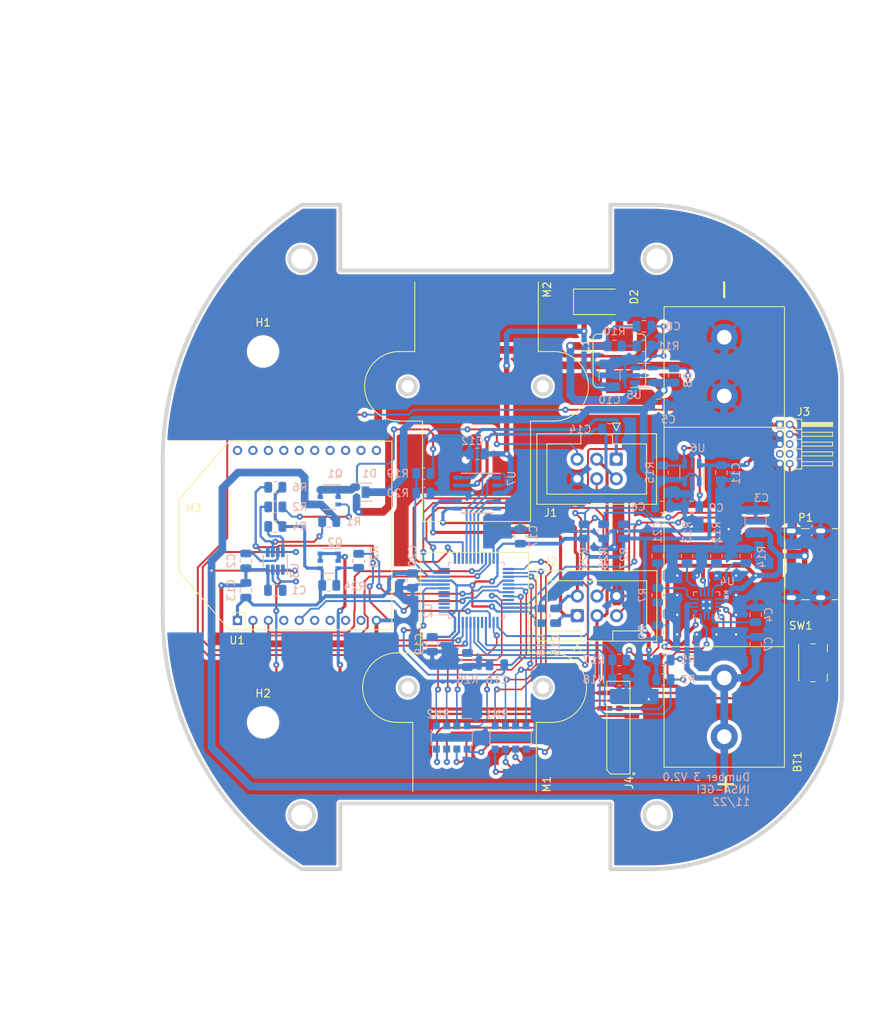
<source format=kicad_pcb>
(kicad_pcb (version 20211014) (generator pcbnew)
  (title_block (title "Dumber-3") (date "2022-11-07") (rev "2.0") (company "INSA-GEI"))
  (layers (0 "F.Cu" signal) (31 "B.Cu" signal) (34 "B.Paste" user) (35 "F.Paste" user) (36 "B.SilkS" user "B.Silkscreen") (37 "F.SilkS" user "F.Silkscreen") (38 "B.Mask" user) (39 "F.Mask" user) (44 "Edge.Cuts" user))
  (net 0 "")
  (net 1 "+BATT")
  (net 2 "GND")
  (net 3 "Net-(C1-Pad1)")
  (net 4 "Net-(C2-Pad1)")
  (net 5 "VBUS")
  (net 6 "Net-(C4-Pad1)")
  (net 7 "Net-(U5-Pad5)")
  (net 8 "+2V5")
  (net 9 "+5V")
  (net 10 "/Power_Charge/Sense_BATT")
  (net 11 "Net-(C9-Pad1)")
  (net 14 "Net-(Q1-Pad3)")
  (net 15 "/Cpu/RESET")
  (net 16 "Net-(J1-Pad3)")
  (net 17 "Net-(C21-Pad1)")
  (net 18 "Net-(Q2-Pad3)")
  (net 19 "Net-(R7-Pad2)")
  (net 20 "Net-(R12-Pad1)")
  (net 21 "Net-(R13-Pad1)")
  (net 22 "Net-(R14-Pad1)")
  (net 23 "/Cpu/OUTGAUCHE_A")
  (net 24 "/Cpu/OUTGAUCHE_B")
  (net 25 "/Cpu/OUTDROIT_A")
  (net 27 "/Cpu/OUTDROIT_B")
  (net 31 "Net-(R10-Pad2)")
  (net 35 "Net-(L1-Pad2)")
  (net 42 "Net-(J4-Pad2)")
  (net 43 "/Cpu/ENCGAUCHE_A")
  (net 44 "/Cpu/ENCGAUCHE_B")
  (net 45 "/Cpu/ENCDROIT_A")
  (net 46 "/Cpu/ENCDROIT_B")
  (net 47 "Net-(J4-Pad3)")
  (net 48 "Net-(J4-Pad4)")
  (net 49 "Net-(J4-Pad5)")
  (net 50 "/Cpu/USART_RX")
  (net 57 "/Cpu/USART_TX")
  (net 58 "/Cpu/XBEE_RESET")
  (net 62 "Net-(J4-Pad6)")
  (net 63 "Net-(J4-Pad7)")
  (net 64 "Net-(R1-Pad1)")
  (net 65 "/Cpu/CHARGER_ST1")
  (net 67 "/Cpu/SHUTDOWN")
  (net 68 "/Cpu/CHARGER_ST2")
  (net 69 "/Cpu/PWM_GAUCHE_A")
  (net 70 "/Cpu/PWM_GAUCHE_B")
  (net 71 "/Cpu/BUTTON_SENSE")
  (net 72 "/Cpu/USB_SENSE")
  (net 73 "/Cpu/BATTERY_SENSE")
  (net 74 "/Cpu/SHUTDOWN_ENC")
  (net 75 "Net-(R26-Pad2)")
  (net 76 "/Cpu/SEG_A")
  (net 77 "/Cpu/SEG_B")
  (net 78 "/Cpu/SEG_C")
  (net 79 "/Cpu/SEG_D")
  (net 80 "/Cpu/SWDIO")
  (net 81 "/Cpu/PWM_DROIT_A")
  (net 82 "/Cpu/PWM_DROIT_B")
  (net 83 "/Cpu/SWCLK")
  (net 84 "/Cpu/SHUTDOWN_5V")
  (net 86 "/Cpu/SEG_E")
  (net 87 "/Cpu/SEG_F")
  (net 88 "/Cpu/SEG_G")
  (net 89 "/Cpu/SEG_DP")
  (net 90 "/Cpu/BUTTON_PRESS")
  (net 91 "Net-(J4-Pad8)")
  (net 92 "Net-(J4-Pad9)")
  (footprint "INSA:Motor Pololu HPCB with encoder" (layer "F.Cu") (at 150.15 150 90)
    (fp_text reference "M1")
    (fp_text value "Motor")
  )
  (footprint "Button_Switch_SMD:Panasonic_EVQPUJ_EVQPUA" (layer "F.Cu") (at 194 122.288 -90)
    (fp_text reference "SW1")
    (fp_text value "SW_Push")
  )
  (footprint "Connector_IDC:IDC-Header_2x03_P2.54mm_Vertical" (layer "F.Cu") (at 168.513 95.9355 -90)
    (fp_text reference "J1")
    (fp_text value "Conn_02x03_Odd_Even")
  )
  (footprint "Diode_SMD:D_SMA" (layer "F.Cu") (at 166.37 75.565)
    (fp_text reference "D2")
    (fp_text value "FM5818-W")
  )
  (footprint "Inductor_SMD:L_Bourns_SRP7028A_7.3x6.6mm" (layer "F.Cu") (at 168.91 83.185 90)
    (fp_text reference "L1")
    (fp_text value "10µH")
  )
  (footprint "INSA:TE 1-84982-0" (layer "F.Cu") (at 168.783 130.683 90)
    (fp_text reference "J4")
    (fp_text value "TE 1-84982-0")
  )
  (footprint "INSA:Motor Pololu HPCB with encoder" (layer "F.Cu") (at 150.4 62 -90)
    (fp_text reference "M2")
    (fp_text value "Motor")
  )
  (footprint "INSA:Battery-14500" (layer "F.Cu") (at 182.5 106 90)
    (fp_text reference "BT1")
    (fp_text value "Li-ION")
  )
  (footprint "Connector_IDC:IDC-Header_2x03_P2.54mm_Vertical" (layer "F.Cu") (at 163.468 116.188 90)
    (fp_text reference "J2")
    (fp_text value "Conn_02x03_Odd_Even")
  )
  (footprint "INSA:USB_C_Receptacle_GCT_USB4125" (layer "F.Cu") (at 190.5 114 90)
    (fp_text reference "P1")
    (fp_text value "USB_C_Plug_GCT_USB4125")
  )
  (footprint "MountingHole:MountingHole_3.2mm_M3_ISO14580" (layer "F.Cu") (at 113.75 106)
    (fp_text reference "H3")
    (fp_text value "MountingHole")
  )
  (footprint "MountingHole:MountingHole_3.2mm_M3_ISO14580" (layer "F.Cu") (at 122.75 130)
    (fp_text reference "H2")
    (fp_text value "MountingHole")
  )
  (footprint "MountingHole:MountingHole_3.2mm_M3_ISO14580" (layer "F.Cu") (at 122.75 82)
    (fp_text reference "H1")
    (fp_text value "MountingHole")
  )
  (footprint "Connector_PinHeader_1.27mm:PinHeader_2x05_P1.27mm_Horizontal" (layer "F.Cu") (at 189.7 91.44)
    (fp_text reference "J3")
    (fp_text value "Conn_02x05_Odd_Even")
  )
  (footprint "INSA:XBEE-3-TH" (layer "F.Cu") (at 139.435 118 90)
    (fp_text reference "U1")
    (fp_text value "XBEE-3")
  )
  (footprint "Capacitor_SMD:C_0805_2012Metric" (layer "B.Cu") (at 156.083 105.918 90)
    (fp_text reference "C17")
    (fp_text value "100nF")
  )
  (footprint "Resistor_SMD:R_0805_2012Metric" (layer "B.Cu") (at 168.275 81.28)
    (fp_text reference "R10")
    (fp_text value "40.2K")
  )
  (footprint "Package_QFP:LQFP-48_7x7mm_P0.5mm" (layer "B.Cu") (at 150.368 112.903)
    (fp_text reference "U2")
    (fp_text value "STM32F071CBTx")
  )
  (footprint "Capacitor_SMD:C_0805_2012Metric" (layer "B.Cu") (at 186.563 116.078 90)
    (fp_text reference "C4")
    (fp_text value "10nF")
  )
  (footprint "Resistor_SMD:R_0805_2012Metric" (layer "B.Cu") (at 173.863 113.538 -90)
    (fp_text reference "R7")
    (fp_text value "1K")
  )
  (footprint "Capacitor_SMD:C_0805_2012Metric" (layer "B.Cu") (at 142.113 111.633 -90)
    (fp_text reference "C20")
    (fp_text value "100nF")
  )
  (footprint "Resistor_SMD:R_0805_2012Metric" (layer "B.Cu") (at 168.91 121.92 180)
    (fp_text reference "R17")
    (fp_text value "150K")
  )
  (footprint "Capacitor_SMD:C_0805_2012Metric" (layer "B.Cu") (at 174.498 102.108)
    (fp_text reference "C6")
    (fp_text value "1µF")
  )
  (footprint "Resistor_SMD:R_0805_2012Metric" (layer "B.Cu") (at 174.625 124.46)
    (fp_text reference "R3")
    (fp_text value "1K")
  )
  (footprint "Capacitor_SMD:C_0805_2012Metric" (layer "B.Cu") (at 144.653 119.888 -90)
    (fp_text reference "C19")
    (fp_text value "100nF")
  )
  (footprint "Package_TO_SOT_SMD:SOT-23-8" (layer "B.Cu") (at 124.333 109.093 90)
    (fp_text reference "U3")
    (fp_text value "LTC2954-2")
  )
  (footprint "Package_SO:TSOP-6_1.65x3.05mm_P0.95mm" (layer "B.Cu") (at 131.318 109.093 180)
    (fp_text reference "Q2")
    (fp_text value "PMN52XP")
  )
  (footprint "Resistor_SMD:R_Array_Convex_4x1206" (layer "B.Cu") (at 147.193 131.953 -90)
    (fp_text reference "RN2")
    (fp_text value "1K")
  )
  (footprint "Capacitor_SMD:C_0805_2012Metric" (layer "B.Cu") (at 173.863 108.458 90)
    (fp_text reference "C21")
    (fp_text value "1nF")
  )
  (footprint "Resistor_SMD:R_0805_2012Metric" (layer "B.Cu") (at 131.318 112.268)
    (fp_text reference "R24")
    (fp_text value "100K")
  )
  (footprint "Resistor_SMD:R_0805_2012Metric" (layer "B.Cu") (at 131.318 104.013)
    (fp_text reference "R1")
    (fp_text value "100K")
  )
  (footprint "Capacitor_SMD:C_0805_2012Metric" (layer "B.Cu") (at 186.563 119.888 90)
    (fp_text reference "C7")
    (fp_text value "1µF")
  )
  (footprint "Resistor_SMD:R_0805_2012Metric" (layer "B.Cu") (at 177.673 108.458 90)
    (fp_text reference "R13")
    (fp_text value "2.2K")
  )
  (footprint "Package_SO:SSOP-10_3.9x4.9mm_P1.00mm" (layer "B.Cu") (at 150.495 100.33 180)
    (fp_text reference "U7")
    (fp_text value "A3909")
  )
  (footprint "Capacitor_SMD:C_1210_3225Metric" (layer "B.Cu") (at 186.563 104.013 90)
    (fp_text reference "C3")
    (fp_text value "100µF")
  )
  (footprint "Resistor_SMD:R_0805_2012Metric" (layer "B.Cu") (at 124.333 102.108 180)
    (fp_text reference "R2")
    (fp_text value "100K")
  )
  (footprint "Capacitor_SMD:C_0805_2012Metric" (layer "B.Cu") (at 172.085 78.74 180)
    (fp_text reference "C8")
    (fp_text value "650pF")
  )
  (footprint "Resistor_SMD:R_0805_2012Metric" (layer "B.Cu") (at 174.625 121.92)
    (fp_text reference "R5")
    (fp_text value "1K")
  )
  (footprint "Resistor_SMD:R_0805_2012Metric" (layer "B.Cu") (at 172.085 81.28 180)
    (fp_text reference "R11")
    (fp_text value "13.3K")
  )
  (footprint "Capacitor_SMD:C_0805_2012Metric" (layer "B.Cu") (at 173.99 88.9)
    (fp_text reference "C5")
    (fp_text value "2.2µF")
  )
  (footprint "Resistor_SMD:R_0805_2012Metric" (layer "B.Cu") (at 168.91 124.46)
    (fp_text reference "R18")
    (fp_text value "100K")
  )
  (footprint "Resistor_SMD:R_0805_2012Metric" (layer "B.Cu") (at 143.51 97.79 180)
    (fp_text reference "R19")
    (fp_text value "150K")
  )
  (footprint "Capacitor_SMD:C_0805_2012Metric" (layer "B.Cu") (at 120.523 112.903 90)
    (fp_text reference "C13")
    (fp_text value "1µF")
  )
  (footprint "INSA:L6924UTR" (layer "B.Cu") (at 180.213 114.808 180)
    (fp_text reference "U4")
    (fp_text value "L6924U" hide)
  )
  (footprint "Resistor_SMD:R_0805_2012Metric" (layer "B.Cu") (at 173.863 118.3405 -90)
    (fp_text reference "R9")
    (fp_text value "470R")
  )
  (footprint "Resistor_SMD:R_0805_2012Metric" (layer "B.Cu") (at 185.293 108.458 90)
    (fp_text reference "R14")
    (fp_text value "25.5K")
  )
  (footprint "Resistor_SMD:R_0805_2012Metric" (layer "B.Cu") (at 164.338 105.283 90)
    (fp_text reference "R29")
    (fp_text value "100K")
  )
  (footprint "Capacitor_SMD:C_1210_3225Metric" (layer "B.Cu") (at 167.64 85.09 90)
    (fp_text reference "C10")
    (fp_text value "10µF")
  )
  (footprint "Resistor_SMD:R_0805_2012Metric" (layer "B.Cu") (at 149.225 121.92 90)
    (fp_text reference "R26")
    (fp_text value "10K")
  )
  (footprint "Resistor_SMD:R_0805_2012Metric" (layer "B.Cu") (at 166.878 105.283 -90)
    (fp_text reference "R28")
    (fp_text value "100K")
  )
  (footprint "Resistor_SMD:R_0805_2012Metric" (layer "B.Cu") (at 176 85.09 -90)
    (fp_text reference "R8")
    (fp_text value "47K")
  )
  (footprint "Resistor_SMD:R_0805_2012Metric" (layer "B.Cu") (at 124.333 99.568 180)
    (fp_text reference "R6")
    (fp_text value "10K")
  )
  (footprint "Resistor_SMD:R_0805_2012Metric" (layer "B.Cu") (at 135.128 109.093 90)
    (fp_text reference "R25")
    (fp_text value "10R")
  )
  (footprint "Resistor_SMD:R_0805_2012Metric" (layer "B.Cu") (at 169.418 105.283 90)
    (fp_text reference "R27")
    (fp_text value "100K")
  )
  (footprint "Capacitor_SMD:C_0805_2012Metric" (layer "B.Cu") (at 167.64 92.075 180)
    (fp_text reference "C14")
    (fp_text value "470nF")
  )
  (footprint "Resistor_SMD:R_0805_2012Metric" (layer "B.Cu") (at 181.483 108.458 90)
    (fp_text reference "R12")
    (fp_text value "25.5K")
  )
  (footprint "Resistor_SMD:R_Array_Convex_4x1206" (layer "B.Cu") (at 154.813 131.953 -90)
    (fp_text reference "RN1")
    (fp_text value "1K")
  )
  (footprint "Capacitor_SMD:C_0805_2012Metric" (layer "B.Cu") (at 160.655 116.205 90)
    (fp_text reference "C15")
    (fp_text value "470nF")
  )
  (footprint "Capacitor_SMD:C_0805_2012Metric" (layer "B.Cu") (at 150.495 95.25 180)
    (fp_text reference "C12")
    (fp_text value "1µF")
  )
  (footprint "Capacitor_SMD:C_0805_2012Metric" (layer "B.Cu") (at 124.333 112.903 180)
    (fp_text reference "C1")
    (fp_text value "10nF")
  )
  (footprint "Package_SO:TSOP-6_1.65x3.05mm_P0.95mm" (layer "B.Cu") (at 131.318 100.838 180)
    (fp_text reference "Q1")
    (fp_text value "PMN52XP")
  )
  (footprint "Package_TO_SOT_SMD:SOT-23-5" (layer "B.Cu") (at 178.308 97.663 90)
    (fp_text reference "U6")
    (fp_text value "TC1186")
  )
  (footprint "Capacitor_SMD:C_0805_2012Metric" (layer "B.Cu") (at 178.308 102.108 180)
    (fp_text reference "C9")
    (fp_text value "100pF")
  )
  (footprint "Capacitor_SMD:C_0805_2012Metric" (layer "B.Cu") (at 182.118 97.663 -90)
    (fp_text reference "C11")
    (fp_text value "1µF")
  )
  (footprint "Capacitor_SMD:C_0805_2012Metric" (layer "B.Cu") (at 158.623 116.205 90)
    (fp_text reference "C18")
    (fp_text value "100nF")
  )
  (footprint "INSA:Nexperia_SOT-1061" (layer "B.Cu") (at 134.763 99.203 -90)
    (fp_text reference "D1")
    (fp_text value "PMEG2020CPA")
  )
  (footprint "Package_TO_SOT_SMD:SOT-23-5" (layer "B.Cu") (at 172.085 85.09)
    (fp_text reference "U5")
    (fp_text value "LM2731XMF")
  )
  (footprint "Capacitor_SMD:C_0805_2012Metric" (layer "B.Cu") (at 153.035 122.555 180)
    (fp_text reference "C16")
    (fp_text value "100nF")
  )
  (footprint "Resistor_SMD:R_0805_2012Metric" (layer "B.Cu") (at 124.333 104.648 180)
    (fp_text reference "R4")
    (fp_text value "100K")
  )
  (footprint "Capacitor_SMD:C_0805_2012Metric" (layer "B.Cu") (at 120.523 109.093 -90)
    (fp_text reference "C2")
    (fp_text value "68nF")
  )
  (footprint "Resistor_SMD:R_0805_2012Metric" (layer "B.Cu") (at 174.498 97.663 -90)
    (fp_text reference "R15")
    (fp_text value "1M")
  )
  (footprint "Resistor_SMD:R_0805_2012Metric" (layer "B.Cu") (at 143.51 100.33)
    (fp_text reference "R20")
    (fp_text value "100K")
  )
  (gr_circle locked (center 173.75 70) (end 173.75 69.99) (layer "Edge.Cuts") (width 0.0001) (fill solid))
  (gr_circle locked (center 141.5 86.5) (end 141.5 86.49) (layer "Edge.Cuts") (width 0.0001) (fill solid))
  (gr_circle locked (center 173.75 70) (end 173.75 68.4) (layer "Edge.Cuts") (width 0.5) (fill none))
  (gr_circle locked (center 141.5 86.5) (end 141.5 85.45) (layer "Edge.Cuts") (width 0.5) (fill none))
  (gr_line locked (start 167.75 63) (end 167.75 71.5) (layer "Edge.Cuts") (width 0.5))
  (gr_line locked (start 109.75 96) (end 109.75 116) (layer "Edge.Cuts") (width 0.5))
  (gr_circle locked (center 127.75 142) (end 127.75 140.4) (layer "Edge.Cuts") (width 0.5) (fill none))
  (gr_arc locked (start 109.75 96) (mid 114.542599 77.205054) (end 127.75 63) (layer "Edge.Cuts") (width 0.5))
  (gr_line locked (start 197.75 127) (end 197.75 85) (layer "Edge.Cuts") (width 0.5))
  (gr_circle locked (center 127.75 70) (end 127.75 68.4) (layer "Edge.Cuts") (width 0.5) (fill none))
  (gr_line locked (start 167.75 149) (end 172.75 149) (layer "Edge.Cuts") (width 0.5))
  (gr_line locked (start 172.75 63) (end 167.75 63) (layer "Edge.Cuts") (width 0.5))
  (gr_circle locked (center 159 125.5) (end 159 125.49) (layer "Edge.Cuts") (width 0.0001) (fill solid))
  (gr_circle locked (center 159 86.5) (end 159 86.49) (layer "Edge.Cuts") (width 0.0001) (fill solid))
  (gr_circle locked (center 149 116) (end 149 115.99) (layer "Edge.Cuts") (width 0.0001) (fill solid))
  (gr_line locked (start 132.75 149) (end 132.75 140.5) (layer "Edge.Cuts") (width 0.5))
  (gr_line locked (start 167.75 140.5) (end 167.75 149) (layer "Edge.Cuts") (width 0.5))
  (gr_line locked (start 127.75 149) (end 132.75 149) (layer "Edge.Cuts") (width 0.5))
  (gr_line locked (start 167.75 71.5) (end 132.75 71.5) (layer "Edge.Cuts") (width 0.5))
  (gr_circle locked (center 127.75 70) (end 127.75 69.99) (layer "Edge.Cuts") (width 0.0001) (fill solid))
  (gr_arc locked (start 127.75 149) (mid 114.542599 134.794946) (end 109.75 116) (layer "Edge.Cuts") (width 0.5))
  (gr_circle locked (center 173.75 142) (end 173.75 140.4) (layer "Edge.Cuts") (width 0.5) (fill none))
  (gr_circle locked (center 149 96) (end 149 95.99) (layer "Edge.Cuts") (width 0.0001) (fill solid))
  (gr_line locked (start 132.75 63) (end 127.75 63) (layer "Edge.Cuts") (width 0.5))
  (gr_line locked (start 132.75 71.5) (end 132.75 63) (layer "Edge.Cuts") (width 0.5))
  (gr_arc locked (start 172.75 63) (mid 189.400824 69.283153) (end 197.75 85) (layer "Edge.Cuts") (width 0.5))
  (gr_circle locked (center 159 86.5) (end 159 85.45) (layer "Edge.Cuts") (width 0.5) (fill none))
  (gr_circle locked (center 173.75 142) (end 173.75 141.99) (layer "Edge.Cuts") (width 0.0001) (fill solid))
  (gr_circle locked (center 141.5 125.5) (end 141.5 125.49) (layer "Edge.Cuts") (width 0.0001) (fill solid))
  (gr_line locked (start 132.75 140.5) (end 167.75 140.5) (layer "Edge.Cuts") (width 0.5))
  (gr_circle locked (center 159 125.5) (end 159 124.45) (layer "Edge.Cuts") (width 0.5) (fill none))
  (gr_circle locked (center 141.5 125.5) (end 141.5 124.45) (layer "Edge.Cuts") (width 0.5) (fill none))
  (gr_arc locked (start 197.75 127) (mid 189.400826 142.716848) (end 172.75 149) (layer "Edge.Cuts") (width 0.5))
  (gr_circle locked (center 127.75 142) (end 127.76 142) (layer "Edge.Cuts") (width 0.0001) (fill solid))
  (gr_text "Dumber 3 V2.0\nINSA-GEI\n11/22\n" (at 185.928 138.684) (layer "B.SilkS") (effects (font (size 1 1)) (justify left mirror)))
  (segment (start 126.873 110.363) (end 116.078 110.363) (width 0.25) (layer "F.Cu") (net 1))
  (via (at 116.078 110.363) (size 0.8) (drill 0.3) (layers "F.Cu" "B.Cu") (net 1))
  (via (at 126.873 110.363) (size 0.8) (drill 0.3) (layers "F.Cu" "B.Cu") (net 1))
  (segment (start 117.475 107.696) (end 117.475 99.695) (width 1) (layer "B.Cu") (net 1))
  (segment (start 116.078 109.093) (end 117.475 107.696) (width 1) (layer "B.Cu") (net 1))
  (segment (start 132.2305 104.013) (end 132.2305 103.8605) (width 0.7) (layer "B.Cu") (net 1))
  (segment (start 128.143 98.298) (end 128.143 101.473) (width 1) (layer "B.Cu") (net 1))
  (segment (start 127.508 97.663) (end 128.143 98.298) (width 1) (layer "B.Cu") (net 1))
  (segment (start 182.5 137.415) (end 181.612 138.303) (width 1) (layer "B.Cu") (net 1))
  (segment (start 126.7405 110.2305) (end 126.873 110.363) (width 0.25) (layer "B.Cu") (net 1))
  (segment (start 116.078 110.363) (end 116.078 109.093) (width 1) (layer "B.Cu") (net 1))
  (segment (start 130.158 101.788) (end 130.253 101.788) (width 1) (layer "B.Cu") (net 1))
  (segment (start 116.078 133.223) (end 116.078 110.363) (width 1) (layer "B.Cu") (net 1))
  (segment (start 121.158 138.303) (end 116.078 133.223) (width 1) (layer "B.Cu") (net 1))
  (segment (start 182.5 131.85) (end 182.5 124.25) (width 1) (layer "B.Cu") (net 1))
  (segment (start 119.507 97.663) (end 127.508 97.663) (width 1) (layer "B.Cu") (net 1))
  (segment (start 177.923 115.058) (end 178.7398 115.058) (width 0.25) (layer "B.Cu") (net 1))
  (segment (start 185.376 124.25) (end 186.563 123.063) (width 1) (layer "B.Cu") (net 1))
  (segment (start 182.5 131.85) (end 182.5 137.415) (width 1) (layer "B.Cu") (net 1))
  (segment (start 178.86 124.25) (end 177.673 123.063) (width 0.7) (layer "B.Cu") (net 1))
  (segment (start 132.2305 103.7655) (end 132.2305 104.013) (width 1) (layer "B.Cu") (net 1))
  (segment (start 117.475 99.695) (end 119.507 97.663) (width 1) (layer "B.Cu") (net 1))
  (segment (start 177.673 123.063) (end 177.673 114.808) (width 0.7) (layer "B.Cu") (net 1))
  (segment (start 181.612 138.303) (end 121.158 138.303) (width 1) (layer "B.Cu") (net 1))
  (segment (start 186.563 123.063) (end 186.563 120.838) (width 1) (layer "B.Cu") (net 1))
  (segment (start 182.5 124.25) (end 178.86 124.25) (width 0.7) (layer "B.Cu") (net 1))
  (segment (start 177.923 114.558) (end 177.673 114.808) (width 0.25) (layer "B.Cu") (net 1))
  (segment (start 128.458 101.788) (end 130.158 101.788) (width 1) (layer "B.Cu") (net 1))
  (segment (start 177.673 114.808) (end 177.923 115.058) (width 0.25) (layer "B.Cu") (net 1))
  (segment (start 128.143 101.473) (end 128.458 101.788) (width 1) (layer "B.Cu") (net 1))
  (segment (start 125.308 110.2305) (end 126.7405 110.2305) (width 0.25) (layer "B.Cu") (net 1))
  (segment (start 130.253 101.788) (end 132.2305 103.7655) (width 1) (layer "B.Cu") (net 1))
  (segment (start 178.7398 114.558) (end 177.923 114.558) (width 0.25) (layer "B.Cu") (net 1))
  (segment (start 182.5 124.25) (end 185.376 124.25) (width 1) (layer "B.Cu") (net 1))
  (segment (start 118.11 120.015) (end 117.348 119.253) (width 0.5) (layer "F.Cu") (net 2))
  (segment (start 168.548 113.648) (end 168.548 107.588) (width 0.4) (layer "F.Cu") (net 2))
  (segment (start 117.348 119.253) (end 117.348 112.268) (width 0.5) (layer "F.Cu") (net 2))
  (segment (start 194.945 124.093) (end 194.945 113.885) (width 1) (layer "F.Cu") (net 2))
  (segment (start 172.72 127) (end 172.72 134.8105) (width 0.25) (layer "F.Cu") (net 2))
  (segment (start 137.16 120.015) (end 118.11 120.015) (width 0.5) (layer "F.Cu") (net 2))
  (segment (start 191.18 106.78) (end 191.18 105.21) (width 1) (layer "F.Cu") (net 2))
  (segment (start 137.435 119.74) (end 137.16 120.015) (width 0.5) (layer "F.Cu") (net 2))
  (segment (start 178.308 104.648) (end 182.748 104.648) (width 0.5) (layer "F.Cu") (net 2))
  (segment (start 161.5785 100.33) (end 163.433 98.4755) (width 0.7) (layer "F.Cu") (net 2))
  (segment (start 172.72 134.8105) (end 172.3475 135.183) (width 0.25) (layer "F.Cu") (net 2))
  (segment (start 172.3475 135.183) (end 170.533 135.183) (width 0.25) (layer "F.Cu") (net 2))
  (segment (start 168.548 107.588) (end 168.275 107.315) (width 0.4) (layer "F.Cu") (net 2))
  (segment (start 149.86 100.33) (end 161.5785 100.33) (width 0.7) (layer "F.Cu") (net 2))
  (segment (start 137.435 116.8) (end 137.435 119.74) (width 0.5) (layer "F.Cu") (net 2))
  (segment (start 182.748 104.648) (end 183.068 104.968) (width 0.5) (layer "F.Cu") (net 2))
  (segment (start 194.85 124.188) (end 194.945 124.093) (width 1) (layer "F.Cu") (net 2))
  (segment (start 191.18 112.28) (end 191.18 113.85) (width 1) (layer "F.Cu") (net 2))
  (segment (start 194.945 113.885) (end 194.98 113.85) (width 1) (layer "F.Cu") (net 2))
  (via locked (at 184.023 113.538) (size 0.8) (drill 0.3) (layers "F.Cu" "B.Cu") (net 2))
  (via locked (at 176.403 110.998) (size 0.8) (drill 0.3) (layers "F.Cu" "B.Cu") (net 2))
  (via (at 149.86 100.33) (size 0.8) (drill 0.3) (layers "F.Cu" "B.Cu") (net 2))
  (via locked (at 181.483 110.998) (size 0.8) (drill 0.3) (layers "F.Cu" "B.Cu") (net 2))
  (via (at 172.72 127) (size 0.8) (drill 0.3) (layers "F.Cu" "B.Cu") (net 2))
  (via (at 117.348 112.268) (size 0.8) (drill 0.3) (layers "F.Cu" "B.Cu") (net 2))
  (via locked (at 176.403 116.078) (size 0.8) (drill 0.3) (layers "F.Cu" "B.Cu") (net 2))
  (via (at 168.275 107.315) (size 0.8) (drill 0.3) (layers "F.Cu" "B.Cu") (net 2))
  (via locked (at 176.403 113.538) (size 0.8) (drill 0.3) (layers "F.Cu" "B.Cu") (net 2))
  (via locked (at 178.943 118.618) (size 0.8) (drill 0.3) (layers "F.Cu" "B.Cu") (net 2))
  (via locked (at 178.943 110.998) (size 0.8) (drill 0.3) (layers "F.Cu" "B.Cu") (net 2))
  (via locked (at 184.023 110.998) (size 0.8) (drill 0.3) (layers "F.Cu" "B.Cu") (net 2))
  (via (at 183.068 104.968) (size 0.8) (drill 0.3) (layers "F.Cu" "B.Cu") (net 2))
  (via locked (at 176.403 118.618) (size 0.8) (drill 0.3) (layers "F.Cu" "B.Cu") (net 2))
  (via (at 178.308 104.648) (size 0.8) (drill 0.3) (layers "F.Cu" "B.Cu") (net 2))
  (via locked (at 181.483 118.618) (size 0.8) (drill 0.3) (layers "F.Cu" "B.Cu") (net 2))
  (via locked (at 184.023 118.618) (size 0.8) (drill 0.3) (layers "F.Cu" "B.Cu") (net 2))
  (via locked (at 184.023 116.078) (size 0.8) (drill 0.3) (layers "F.Cu" "B.Cu") (net 2))
  (segment (start 153.76267 115.153) (end 154.5305 115.153) (width 0.3) (layer "B.Cu") (net 2))
  (segment (start 175.448 102.108) (end 177.358 102.108) (width 1) (layer "B.Cu") (net 2))
  (segment (start 188.468 94.504894) (end 188.992894 93.98) (width 1) (layer "B.Cu") (net 2))
  (segment (start 145.796 100.33) (end 145.923 100.203) (width 0.7) (layer "B.Cu") (net 2))
  (segment (start 168.098 105.233) (end 177.723 105.233) (width 0.4) (layer "B.Cu") (net 2))
  (segment (start 190.693 115.128) (end 191.18 115.615) (width 1) (layer "B.Cu") (net 2))
  (segment (start 182.5 92.33) (end 182.5 87.75) (width 1) (layer "B.Cu") (net 2))
  (segment (start 142.113 112.583) (end 142.113 116.713) (width 0.5) (layer "B.Cu") (net 2))
  (segment (start 171.45 118.745) (end 171.958 119.253) (width 0.4) (layer "B.Cu") (net 2))
  (segment (start 166.878 106.1955) (end 166.5205 106.1955) (width 0.4) (layer "B.Cu") (net 2))
  (segment (start 165.608 105.283) (end 162.748 105.283) (width 0.4) (layer "B.Cu") (net 2))
  (segment (start 172.72 125.73) (end 171.323 124.333) (width 0.25) (layer "B.Cu") (net 2))
  (segment (start 168.275 105.41) (end 168.098 105.233) (width 0.4) (layer "B.Cu") (net 2))
  (segment (start 149.098 122.7055) (end 149.225 122.8325) (width 0.5) (layer "B.Cu") (net 2))
  (segment (start 153.223 104.968) (end 156.083 104.968) (width 0.3) (layer "B.Cu") (net 2))
  (segment (start 148.118 118.329396) (end 147.32 119.127396) (width 0.3) (layer "B.Cu") (net 2))
  (segment (start 185.2555 107.508) (end 185.293 107.5455) (width 1) (layer "B.Cu") (net 2))
  (segment (start 142.543 112.153) (end 142.113 112.583) (width 0.3) (layer "B.Cu") (net 2))
  (segment (start 178.308 98.8005) (end 178.308 101.158) (width 0.5) (layer "B.Cu") (net 2))
  (segment (start 171.958 119.253) (end 172.593 119.253) (width 0.4) (layer "B.Cu") (net 2))
  (segment (start 191.18 103.55) (end 191.18 105.21) (width 1) (layer "B.Cu") (net 2))
  (segment (start 137.435 116.8) (end 142.026 116.8) (width 0.5) (layer "B.Cu") (net 2))
  (segment (start 168.548 111.398) (end 168.548 113.648) (width 0.3) (layer "B.Cu") (net 2))
  (segment (start 149.606 114.3) (end 152.90967 114.3) (width 0.3) (layer "B.Cu") (net 2))
  (segment (start 182.118 100.838) (end 182.118 98.613) (width 1) (layer "B.Cu") (net 2))
  (segment (start 168.275 107.315) (end 168.275 105.41) (width 0.4) (layer "B.Cu") (net 2))
  (segment (start 181.37 81.28) (end 182.5 80.15) (width 1) (layer "B.Cu") (net 2))
  (segment (start 190.053 118.938) (end 191.18 117.811) (width 1) (layer "B.Cu") (net 2))
  (segment (start 147.945 100.33) (end 149.86 100.33) (width 0.7) (layer "B.Cu") (net 2))
  (segment (start 189.7 92.71) (end 189.7 93.98) (width 1) (layer "B.Cu") (net 2))
  (segment (start 186.563 102.538) (end 189.308 102.538) (width 1) (layer "B.Cu") (net 2))
  (segment (start 120.523 111.953) (end 120.523 110.043) (width 0.4) (layer "B.Cu") (net 2))
  (segment (start 171.445 83.19) (end 168.065 83.19) (width 1) (layer "B.Cu") (net 2))
  (segment (start 177.358 103.698) (end 178.308 104.648) (width 0.5) (layer "B.Cu") (net 2))
  (segment (start 167.64 83.615) (end 167.64 84.455) (width 1) (layer "B.Cu") (net 2))
  (segment (start 148.1055 122.7055) (end 149.098 122.7055) (width 0.5) (layer "B.Cu") (net 2))
  (segment (start 188.468 94.504894) (end 182.769894 94.504894) (width 1) (layer "B.Cu") (net 2))
  (segment (start 161.163 104.968) (end 161.798 104.333) (width 0.5) (layer "B.Cu") (net 2))
  (segment (start 156.083 104.968) (end 161.163 104.968) (width 0.5) (layer "B.Cu") (net 2))
  (segment (start 182.5 94.235) (end 182.5 92.33) (width 1) (layer "B.Cu") (net 2))
  (segment (start 191.18 115.615) (end 191.18 113.85) (width 1) (layer "B.Cu") (net 2))
  (segment (start 148.118 115.788) (end 148.753 115.153) (width 0.25) (layer "B.Cu") (net 2))
  (segment (start 166.878 106.1955) (end 166.878 106.172) (width 0.4) (layer "B.Cu") (net 2))
  (segment (start 152.618 105.573) (end 153.223 104.968) (width 0.3) (layer "B.Cu") (net 2))
  (segment (start 145.923 100.203) (end 146.05 100.33) (width 0.7) (layer "B.Cu") (net 2))
  (segment (start 194.98 113.85) (end 191.18 113.85) (width 1) (layer "B.Cu") (net 2))
  (segment (start 189.308 102.538) (end 190.168 102.538) (width 1) (layer "B.Cu") (net 2))
  (segment (start 182.769894 94.504894) (end 182.5 94.235) (width 1) (layer "B.Cu") (net 2))
  (segment (start 117.348 112.268) (end 120.208 112.268) (width 0.5) (layer "B.Cu") (net 2))
  (segment (start 186.563 118.938) (end 190.053 118.938) (width 1) (layer "B.Cu") (net 2))
  (segment (start 191.19 105.2) (end 191.18 105.21) (width 1) (layer "B.Cu") (net 2))
  (segment (start 158.623 114.427) (end 162.56 110.49) (width 0.3) (layer "B.Cu") (net 2))
  (segment (start 183.068 107.508) (end 185.2555 107.508) (width 1) (layer "B.Cu") (net 2))
  (segment (start 142.113 120.523) (end 142.428 120.838) (width 0.5) (layer "B.Cu") (net 2))
  (segment (start 168.065 83.19) (end 167.64 83.615) (width 1) (layer "B.Cu") (net 2))
  (segment (start 186.563 115.128) (end 190.693 115.128) (width 1) (layer "B.Cu") (net 2))
  (segment (start 171.323 124.333) (end 171.45 124.206) (width 0.5) (layer "B.Cu") (net 2))
  (segment (start 183.068 103.698) (end 183.068 104.968) (width 1) (layer "B.Cu") (net 2))
  (segment (start 173.863 107.508) (end 183.068 107.508) (width 1) (layer "B.Cu") (net 2))
  (segment (start 167.64 110.49) (end 168.548 111.398) (width 0.3) (layer "B.Cu") (net 2))
  (segment (start 149.545 95.25) (end 146.05 95.25) (width 0.7) (layer "B.Cu") (net 2))
  (segment (start 147.32 122.555) (end 147.4705 122.7055) (width 0.3) (layer "B.Cu") (net 2))
  (segment (start 183.818 102.538) (end 182.118 100.838) (width 1) (layer "B.Cu") (net 2))
  (segment (start 152.618 108.7405) (end 152.618 105.573) (width 0.3) (layer "B.Cu") (net 2))
  (segment (start 166.878 106.172) (end 167.817 105.233) (width 0.4) (layer "B.Cu") (net 2))
  (segment (start 177.723 105.233) (end 178.308 104.648) (width 0.4) (layer "B.Cu") (net 2))
  (segment (start 194.98 105.2) (end 194.98 113.85) (width 1) (layer "B.Cu") (net 2))
  (segment (start 144.4225 100.33) (end 145.796 100.33) (width 0.7) (layer "B.Cu") (net 2))
  (segment (start 149.5025 122.555) (end 149.225 122.8325) (width 0.5) (layer "B.Cu") (net 2))
  (segment (start 158.623 115.255) (end 158.623 114.427) (width 0.3) (layer "B.Cu") (net 2))
  (segment (start 188.992894 93.98) (end 189.7 93.98) (width 1) (layer "B.Cu") (net 2))
  (segment (start 123.383 110.2555) (end 123.358 110.2305) (width 0.4) (layer "B.Cu") (net 2))
  (segment (start 171.45 124.206) (end 171.45 119.888) (width 0.5) (layer "B.Cu") (net 2))
  (segment (start 146.05 100.076) (end 145.923 100.203) (width 0.7) (layer "B.Cu") (net 2))
  (segment (start 142.428 120.838) (end 144.653 120.838) (width 0.5) (layer "B.Cu") (net 2))
  (segment (start 190.168 102.538) (end 191.18 103.55) (width 1) (layer "B.Cu") (net 2))
  (segment (start 184.228 102.538) (end 183.818 102.538) (width 1) (layer "B.Cu") (net 2))
  (segment (start 184.228 102.538) (end 183.068 103.698) (width 1) (layer "B.Cu") (net 2))
  (segment (start 161.798 100.1105) (end 161.798 104.333) (width 0.4) (layer "B.Cu") (net 2))
  (segment (start 152.90967 114.3) (end 153.76267 115.153) (width 0.3) (layer "B.Cu") (net 2))
  (segment (start 189.7 96.52) (end 189.23 96.52) (width 1) (layer "B.Cu") (net 2))
  (segment (start 179.963 115.058) (end 180.213 114.808) (width 0.25) (layer "B.Cu") (net 2))
  (segment (start 171.45 119.888) (end 172.085 119.253) (width 0.5) (layer "B.Cu") (net 2))
  (segment (start 148.753 115.153) (end 149.606 114.3) (width 0.3) (layer "B.Cu") (net 2))
  (segment (start 146.05 95.25) (end 146.05 100.076) (width 0.7) (layer "B.Cu") (net 2))
  (segment (start 172.593 119.253) (end 173.863 119.253) (width 0.5) (layer "B.Cu") (net 2))
  (segment (start 166.5205 106.1955) (end 165.608 105.283) (width 0.4) (layer "B.Cu") (net 2))
  (segment (start 144.653 120.838) (end 144.653 121.793) (width 0.5) (layer "B.Cu") (net 2))
  (segment (start 144.653 121.793) (end 145.5655 122.7055) (width 0.5) (layer "B.Cu") (net 2))
  (segment (start 162.56 110.49) (end 167.64 110.49) (width 0.3) (layer "B.Cu") (net 2))
  (segment (start 152.085 122.555) (end 149.5025 122.555) (width 0.5) (layer "B.Cu") (net 2))
  (segment (start 183.068 104.968) (end 183.068 107.508) (width 1) (layer "B.Cu") (net 2))
  (segment (start 172.9975 81.28) (end 181.37 81.28) (width 1) (layer "B.Cu") (net 2))
  (segment (start 186.563 102.538) (end 184.228 102.538) (width 1) (layer "B.Cu") (net 2))
  (segment (start 167.64 84.455) (end 168.275 85.09) (width 1) (layer "B.Cu") (net 2))
  (segment (start 174.94 88.9) (end 181.35 88.9) (width 1) (layer "B.Cu") (net 2))
  (segment (start 147.4705 122.7055) (end 148.1055 122.7055) (width 0.3) (layer "B.Cu") (net 2))
  (segment (start 120.208 112.268) (end 120.523 111.953) (width 0.5) (layer "B.Cu") (net 2))
  (segment (start 191.18 117.811) (end 191.18 115.615) (width 1) (layer "B.Cu") (net 2))
  (segment (start 177.358 102.108) (end 177.358 103.698) (width 0.5) (layer "B.Cu") (net 2))
  (segment (start 148.118 117.0655) (end 148.118 118.329396) (width 0.3) (layer "B.Cu") (net 2))
  (segment (start 120.7105 110.2305) (end 120.523 110.043) (width 0.4) (layer "B.Cu") (net 2))
  (segment (start 169.8225 124.46) (end 171.196 124.46) (width 0.5) (layer "B.Cu") (net 2))
  (segment (start 154.5305 115.153) (end 158.521 115.153) (width 0.3) (layer "B.Cu") (net 2))
  (segment (start 178.308 101.158) (end 177.358 102.108) (width 0.5) (layer "B.Cu") (net 2))
  (segment (start 194.98 105.2) (end 191.19 105.2) (width 1) (layer "B.Cu") (net 2))
  (segment (start 146.05 100.33) (end 147.945 100.33) (width 0.7) (layer "B.Cu") (net 2))
  (segment (start 148.118 117.0655) (end 148.118 115.788) (width 0.25) (layer "B.Cu") (net 2))
  (segment (start 162.748 105.283) (end 161.798 104.333) (width 0.4) (layer "B.Cu") (net 2))
  (segment (start 180.463 115.358) (end 180.613 115.208) (width 0.25) (layer "B.Cu") (net 2))
  (segment (start 171.45 114.3) (end 171.45 118.745) (width 0.4) (layer "B.Cu") (net 2))
  (segment (start 123.358 110.2305) (end 120.7105 110.2305) (width 0.4) (layer "B.Cu") (net 2))
  (segment (start 189.7 102.146) (end 189.308 102.538) (width 1) (layer "B.Cu") (net 2))
  (segment (start 123.383 112.903) (end 123.383 110.2555) (width 0.4) (layer "B.Cu") (net 2))
  (segment (start 142.026 116.8) (end 142.113 116.713) (width 0.5) (layer "B.Cu") (net 2))
  (segment (start 182.5 80.15) (end 182.5 87.75) (width 1) (layer "B.Cu") (net 2))
  (segment (start 168.275 85.09) (end 169.545 85.09) (width 1) (layer "B.Cu") (net 2))
  (segment (start 172.9975 81.6375) (end 171.445 83.19) (width 1) (layer "B.Cu") (net 2))
  (segment (start 158.521 115.153) (end 158.623 115.255) (width 0.3) (layer "B.Cu") (net 2))
  (segment (start 172.085 119.253) (end 172.593 119.253) (width 0.5) (layer "B.Cu") (net 2))
  (segment (start 172.72 127) (end 172.72 125.73) (width 0.25) (layer "B.Cu") (net 2))
  (segment (start 147.32 119.127396) (end 147.32 122.555) (width 0.3) (layer "B.Cu") (net 2))
  (segment (start 171.196 124.46) (end 171.323 124.333) (width 0.5) (layer "B.Cu") (net 2))
  (segment (start 146.2055 112.153) (end 142.543 112.153) (width 0.3) (layer "B.Cu") (net 2))
  (segment (start 181.35 88.9) (end 182.5 87.75) (width 1) (layer "B.Cu") (net 2))
  (segment (start 142.113 116.713) (end 142.113 120.523) (width 0.5) (layer "B.Cu") (net 2))
  (segment (start 179.963 116.2812) (end 179.963 115.058) (width 0.25) (layer "B.Cu") (net 2))
  (segment (start 189.23 96.52) (end 188.468 95.758) (width 1) (layer "B.Cu") (net 2))
  (segment (start 167.817 105.233) (end 168.098 105.233) (width 0.4) (layer "B.Cu") (net 2))
  (segment (start 163.433 98.4755) (end 161.798 100.1105) (width 0.4) (layer "B.Cu") (net 2))
  (segment (start 168.548 113.648) (end 170.798 113.648) (width 0.4) (layer "B.Cu") (net 2))
  (segment (start 189.7 96.52) (end 189.7 102.146) (width 1) (layer "B.Cu") (net 2))
  (segment (start 172.9975 81.28) (end 172.9975 81.6375) (width 1) (layer "B.Cu") (net 2))
  (segment (start 170.798 113.648) (end 171.45 114.3) (width 0.4) (layer "B.Cu") (net 2))
  (segment (start 180.463 116.2812) (end 180.463 115.358) (width 0.25) (layer "B.Cu") (net 2))
  (segment (start 188.468 95.758) (end 188.468 94.504894) (width 1) (layer "B.Cu") (net 2))
  (segment (start 169.545 85.09) (end 170.9475 85.09) (width 0.5) (layer "B.Cu") (net 2))
  (segment (start 145.5655 122.7055) (end 148.1055 122.7055) (width 0.5) (layer "B.Cu") (net 2))
  (segment (start 124.008 111.628) (end 125.283 112.903) (width 0.3) (layer "B.Cu") (net 3))
  (segment (start 124.008 110.2305) (end 124.008 111.628) (width 0.3) (layer "B.Cu") (net 3))
  (segment (start 124.658 107.9555) (end 124.658 108.768) (width 0.3) (layer "B.Cu") (net 4))
  (segment (start 124.333 109.093) (end 122.428 109.093) (width 0.3) (layer "B.Cu") (net 4))
  (segment (start 121.478 108.143) (end 120.523 108.143) (width 0.3) (layer "B.Cu") (net 4))
  (segment (start 124.658 108.768) (end 124.333 109.093) (width 0.3) (layer "B.Cu") (net 4))
  (segment (start 122.428 109.093) (end 121.478 108.143) (width 0.3) (layer "B.Cu") (net 4))
  (segment (start 192.913 104.013) (end 195.453 101.473) (width 1) (layer "F.Cu") (net 5))
  (segment (start 175.768 109.728) (end 179.578 109.728) (width 0.5) (layer "F.Cu") (net 5))
  (segment (start 177.038 119.888) (end 175.768 119.888) (width 0.5) (layer "F.Cu") (net 5))
  (segment (start 185.293 109.728) (end 186.563 110.998) (width 0.5) (layer "F.Cu") (net 5))
  (segment (start 195.453 101.473) (end 195.453 86.233) (width 1) (layer "F.Cu") (net 5))
  (segment (start 179.737444 111.633) (end 179.743 111.627444) (width 0.5) (layer "F.Cu") (net 5))
  (segment (start 179.578 109.728) (end 185.293 109.728) (width 0.5) (layer "F.Cu") (net 5))
  (segment (start 161.255 83.785) (end 159.258 81.788) (width 1) (layer "F.Cu") (net 5))
  (segment (start 159.258 81.788) (end 138.938 81.788) (width 1) (layer "F.Cu") (net 5))
  (segment (start 170.18 120.65) (end 170.815 121.285) (width 0.25) (layer "F.Cu") (net 5))
  (segment (start 137.668 91.948) (end 139.065 93.345) (width 1) (layer "F.Cu") (net 5))
  (segment (start 177.673 118.510062) (end 177.673 119.253) (width 0.5) (layer "F.Cu") (net 5))
  (segment (start 175.133 110.363) (end 175.768 109.728) (width 0.5) (layer "F.Cu") (net 5))
  (segment (start 139.065 101.981) (end 138.303 102.743) (width 1) (layer "F.Cu") (net 5))
  (segment (start 171.345 83.82) (end 171.31 83.785) (width 1) (layer "F.Cu") (net 5))
  (segment (start 173.99 120.295095) (end 173.99 119.38) (width 0.25) (layer "F.Cu") (net 5))
  (segment (start 191.18 111.05) (end 192.226 111.05) (width 0.7) (layer "F.Cu") (net 5))
  (segment (start 178.804412 117.37865) (end 177.673 118.510062) (width 0.5) (layer "F.Cu") (net 5))
  (segment (start 139.065 93.345) (end 139.065 101.981) (width 1) (layer "F.Cu") (net 5))
  (segment (start 171.31 83.785) (end 161.255 83.785) (width 1) (layer "F.Cu") (net 5))
  (segment (start 170.815 121.285) (end 173.000095 121.285) (width 0.25) (layer "F.Cu") (net 5))
  (segment (start 177.673 119.253) (end 177.038 119.888) (width 0.5) (layer "F.Cu") (net 5))
  (segment (start 193.04 83.82) (end 171.345 83.82) (width 1) (layer "F.Cu") (net 5))
  (segment (start 137.668 83.058) (end 137.668 91.948) (width 1) (layer "F.Cu") (net 5))
  (segment (start 195.453 86.233) (end 193.04 83.82) (width 1) (layer "F.Cu") (net 5))
  (segment (start 138.303 102.743) (end 135.128 102.743) (width 1) (layer "F.Cu") (net 5))
  (segment (start 173.000095 121.285) (end 173.99 120.295095) (width 0.25) (layer "F.Cu") (net 5))
  (segment (start 173.99 119.38) (end 175.26 119.38) (width 0.25) (layer "F.Cu") (net 5))
  (segment (start 179.743 109.893) (end 179.578 109.728) (width 0.5) (layer "F.Cu") (net 5))
  (segment (start 192.913 110.363) (end 192.913 108.458) (width 0.7) (layer "F.Cu") (net 5))
  (segment (start 179.743 111.627444) (end 179.743 109.893) (width 0.5) (layer "F.Cu") (net 5))
  (segment (start 175.133 119.253) (end 175.133 110.363) (width 0.5) (layer "F.Cu") (net 5))
  (segment (start 175.768 119.888) (end 175.133 119.253) (width 0.5) (layer "F.Cu") (net 5))
  (segment (start 192.226 111.05) (end 192.913 110.363) (width 0.7) (layer "F.Cu") (net 5))
  (segment (start 138.938 81.788) (end 137.668 83.058) (width 1) (layer "F.Cu") (net 5))
  (segment (start 192.913 108.458) (end 192.465 108.01) (width 0.7) (layer "F.Cu") (net 5))
  (segment (start 192.913 108.458) (end 192.913 104.013) (width 1) (layer "F.Cu") (net 5))
  (segment (start 192.465 108.01) (end 191.18 108.01) (width 0.7) (layer "F.Cu") (net 5))
  (via (at 192.913 108.458) (size 1.1) (drill 0.6) (layers "F.Cu" "B.Cu") (net 5))
  (via (at 135.128 102.743) (size 0.9) (drill 0.4) (layers "F.Cu" "B.Cu") (net 5))
  (via (at 186.563 110.998) (size 0.8) (drill 0.3) (layers "F.Cu" "B.Cu") (net 5))
  (via (at 170.18 120.65) (size 0.8) (drill 0.3) (layers "F.Cu" "B.Cu") (net 5))
  (via (at 178.804412 117.37865) (size 0.8) (drill 0.3) (layers "F.Cu" "B.Cu") (net 5))
  (via (at 179.737444 111.633) (size 0.8) (drill 0.3) (layers "F.Cu" "B.Cu") (net 5))
  (segment (start 186.563 105.488) (end 188.038 105.488) (width 0.7) (layer "B.Cu") (net 5))
  (segment (start 178.7398 117.314038) (end 178.804412 117.37865) (width 0.25) (layer "B.Cu") (net 5))
  (segment (start 170.18 120.65) (end 169.8225 121.0075) (width 0.25) (layer "B.Cu") (net 5))
  (segment (start 134.863 102.478) (end 134.863 100.853) (width 1) (layer "B.Cu") (net 5))
  (segment (start 186.563 110.998) (end 184.923 112.638) (width 0.7) (layer "B.Cu") (net 5))
  (segment (start 182.753 114.173) (end 182.368 114.558) (width 0.25) (layer "B.Cu") (net 5))
  (segment (start 178.7398 115.558001) (end 178.7398 117.314038) (width 0.25) (layer "B.Cu") (net 5))
  (segment (start 186.563 110.998) (end 189.103 110.998) (width 0.7) (layer "B.Cu") (net 5))
  (segment (start 183.650207 112.638) (end 182.753 113.535207) (width 0.7) (layer "B.Cu") (net 5))
  (segment (start 169.8225 121.0075) (end 169.8225 121.92) (width 0.25) (layer "B.Cu") (net 5))
  (segment (start 184.923 112.638) (end 183.650207 112.638) (width 0.7) (layer "B.Cu") (net 5))
  (segment (start 179.737444 111.633) (end 179.963 111.858556) (width 0.25) (layer "B.Cu") (net 5))
  (segment (start 188.468 107.188) (end 189.738 108.458) (width 0.7) (layer "B.Cu") (net 5))
  (segment (start 182.368 114.558) (end 181.6862 114.558) (width 0.25) (layer "B.Cu") (net 5))
  (segment (start 189.103 110.998) (end 189.738 110.363) (width 0.7) (layer "B.Cu") (net 5))
  (segment (start 181.6862 114.057999) (end 182.637999 114.057999) (width 0.25) (layer "B.Cu") (net 5))
  (segment (start 182.753 113.535207) (end 182.753 114.173) (width 0.7) (layer "B.Cu") (net 5))
  (segment (start 188.468 105.918) (end 188.468 107.188) (width 0.7) (layer "B.Cu") (net 5))
  (segment (start 135.128 102.743) (end 134.863 102.478) (width 1) (layer "B.Cu") (net 5))
  (segment (start 189.738 110.363) (end 189.738 108.458) (width 0.7) (layer "B.Cu") (net 5))
  (segment (start 182.637999 114.057999) (end 182.753 114.173) (width 0.25) (layer "B.Cu") (net 5))
  (segment (start 188.038 105.488) (end 188.468 105.918) (width 0.7) (layer "B.Cu") (net 5))
  (segment (start 179.963 111.858556) (end 179.963 113.3348) (width 0.25) (layer "B.Cu") (net 5))
  (segment (start 189.738 108.458) (end 192.913 108.458) (width 0.7) (layer "B.Cu") (net 5))
  (segment (start 180.963001 116.2812) (end 180.963001 116.828001) (width 0.25) (layer "B.Cu") (net 6))
  (segment (start 180.963001 116.828001) (end 181.163 117.028) (width 0.25) (layer "B.Cu") (net 6))
  (segment (start 186.563 117.028) (end 181.163 117.028) (width 0.25) (layer "B.Cu") (net 6))
  (segment (start 168.91 85.91) (end 173.54 85.91) (width 1) (layer "F.Cu") (net 7))
  (segment (start 173.54 85.91) (end 174.625 86.995) (width 1) (layer "F.Cu") (net 7))
  (via (at 174.625 86.995) (size 1.1) (drill 0.6) (layers "F.Cu" "B.Cu") (net 7))
  (segment (start 177.133 98.5755) (end 177.358 98.8005) (width 0.7) (layer "B.Cu") (net 7))
  (segment (start 174.625 86.995) (end 174.625 86.36) (width 1) (layer "B.Cu") (net 7))
  (segment (start 172.085 89.535) (end 172.085 97.155) (width 1) (layer "B.Cu") (net 7))
  (segment (start 173.2225 86.04) (end 174.305 86.04) (width 1) (layer "B.Cu") (net 7))
  (segment (start 174.625 86.36) (end 174.305 86.04) (width 1) (layer "B.Cu") (net 7))
  (segment (start 174.305 86.04) (end 175.9625 86.04) (width 1) (layer "B.Cu") (net 7))
  (segment (start 142.24 90.805) (end 163.576 90.805) (width 1) (layer "B.Cu") (net 7))
  (segment (start 136.013 100.203) (end 138.938 100.203) (width 1) (layer "B.Cu") (net 7))
  (segment (start 140.97 98.171) (end 140.97 92.075) (width 1) (layer "B.Cu") (net 7))
  (segment (start 140.97 92.075) (end 142.24 90.805) (width 1) (layer "B.Cu") (net 7))
  (segment (start 172.085 97.155) (end 173.5055 98.5755) (width 1) (layer "B.Cu") (net 7))
  (segment (start 163.576 90.805) (end 164.846 89.535) (width 1) (layer "B.Cu") (net 7))
  (segment (start 173.548 102.108) (end 173.548 99.5255) (width 1) (layer "B.Cu") (net 7))
  (segment (start 138.938 100.203) (end 140.97 98.171) (width 1) (layer "B.Cu") (net 7))
  (segment (start 171.45 89.535) (end 172.085 89.535) (width 1) (layer "B.Cu") (net 7))
  (segment (start 173.04 88.58) (end 174.625 86.995) (width 1) (layer "B.Cu") (net 7))
  (segment (start 173.04 88.9) (end 173.04 88.58) (width 1) (layer "B.Cu") (net 7))
  (segment (start 174.498 98.5755) (end 177.133 98.5755) (width 0.7) (layer "B.Cu") (net 7))
  (segment (start 173.5055 98.5755) (end 174.498 98.5755) (width 1) (layer "B.Cu") (net 7))
  (segment (start 179.258 98.451604) (end 179.258 98.8005) (width 0.3) (layer "B.Cu") (net 7))
  (segment (start 172.085 89.535) (end 173.035 88.585) (width 1) (layer "B.Cu") (net 7))
  (segment (start 164.846 89.535) (end 171.45 89.535) (width 1) (layer "B.Cu") (net 7))
  (segment (start 177.358 98.451604) (end 177.971604 97.838) (width 0.3) (layer "B.Cu") (net 7))
  (segment (start 177.358 98.8005) (end 177.358 98.451604) (width 0.3) (layer "B.Cu") (net 7))
  (segment (start 178.644396 97.838) (end 179.258 98.451604) (width 0.3) (layer "B.Cu") (net 7))
  (segment (start 173.548 99.5255) (end 174.498 98.5755) (width 1) (layer "B.Cu") (net 7))
  (segment (start 177.971604 97.838) (end 178.644396 97.838) (width 0.3) (layer "B.Cu") (net 7))
  (segment (start 175.9625 86.04) (end 176 86.0025) (width 1) (layer "B.Cu") (net 7))
  (segment (start 186.055 95.885) (end 186.055 92.075) (width 0.5) (layer "F.Cu") (net 8))
  (segment (start 149.9245 114.9995) (end 149.86 114.935) (width 0.3) (layer "F.Cu") (net 8))
  (segment (start 152.4 114.9995) (end 149.9245 114.9995) (width 0.3) (layer "F.Cu") (net 8))
  (segment (start 186.055 92.075) (end 186.69 91.44) (width 0.5) (layer "F.Cu") (net 8))
  (segment (start 149.86 112.268) (end 150.368 111.76) (width 0.3) (layer "F.Cu") (net 8))
  (segment (start 149.86 114.935) (end 149.86 112.268) (width 0.3) (layer "F.Cu") (net 8))
  (segment (start 172.72 118.6305) (end 172.1995 118.11) (width 0.5) (layer "F.Cu") (net 8))
  (segment (start 186.69 91.44) (end 189.7 91.44) (width 0.5) (layer "F.Cu") (net 8))
  (segment (start 185.42 96.52) (end 186.055 95.885) (width 0.5) (layer "F.Cu") (net 8))
  (segment (start 172.72 120.6105) (end 172.72 118.6305) (width 0.5) (layer "F.Cu") (net 8))
  (segment (start 150.368 111.76) (end 152.4 111.76) (width 0.3) (layer "F.Cu") (net 8))
  (via (at 152.4 114.9995) (size 0.8) (drill 0.3) (layers "F.Cu" "B.Cu") (net 8))
  (via (at 185.42 96.52) (size 0.8) (drill 0.3) (layers "F.Cu" "B.Cu") (net 8))
  (via (at 172.72 120.6105) (size 0.8) (drill 0.3) (layers "F.Cu" "B.Cu") (net 8))
  (via (at 149.86 112.268) (size 0.8) (drill 0.3) (layers "F.Cu" "B.Cu") (net 8))
  (via (at 172.1995 118.11) (size 0.8) (drill 0.3) (layers "F.Cu" "B.Cu") (net 8))
  (via (at 152.4 111.76) (size 0.8) (drill 0.3) (layers "F.Cu" "B.Cu") (net 8))
  (segment (start 185.227 96.713) (end 185.42 96.52) (width 0.5) (layer "B.Cu") (net 8))
  (segment (start 139.065 111.506) (end 139.888 110.683) (width 0.5) (layer "B.Cu") (net 8))
  (segment (start 164.3005 106.233) (end 164.338 106.1955) (width 0.5) (layer "B.Cu") (net 8))
  (segment (start 130.4055 112.268) (end 130.175 112.4985) (width 0.4) (layer "B.Cu") (net 8))
  (segment (start 147.618 116.503) (end 147.618 117.0655) (width 0.3) (layer "B.Cu") (net 8))
  (segment (start 147.618 117.0655) (end 147.618 118.193) (width 0.3) (layer "B.Cu") (net 8))
  (segment (start 121.478 114.808) (end 120.523 113.853) (width 0.4) (layer "B.Cu") (net 8))
  (segment (start 130.4055 110.2905) (end 130.158 110.043) (width 0.4) (layer "B.Cu") (net 8))
  (segment (start 161.798 106.233) (end 164.3005 106.233) (width 0.5) (layer "B.Cu") (net 8))
  (segment (start 153.118 107.613) (end 153.863 106.868) (width 0.3) (layer "B.Cu") (net 8))
  (segment (start 139.065 112.903) (end 139.065 111.506) (width 0.5) (layer "B.Cu") (net 8))
  (segment (start 138.303 113.665) (end 139.065 112.903) (width 0.5) (layer "B.Cu") (net 8))
  (segment (start 147.828 112.268) (end 149.86 112.268) (width 0.3) (layer "B.Cu") (net 8))
  (segment (start 161.163 106.868) (end 161.798 106.233) (width 0.5) (layer "B.Cu") (net 8))
  (segment (start 172.1995 118.11) (end 172.1995 106.2315) (width 0.5) (layer "B.Cu") (net 8))
  (segment (start 169.418 106.1955) (end 172.2355 106.1955) (width 0.5) (layer "B.Cu") (net 8))
  (segment (start 153.0535 115.653) (end 154.5305 115.653) (width 0.3) (layer "B.Cu") (net 8))
  (segment (start 180.5705 106.1955) (end 180.5705 96.7505) (width 0.5) (layer "B.Cu") (net 8))
  (segment (start 147.193 116.078) (end 147.618 116.503) (width 0.3) (layer "B.Cu") (net 8))
  (segment (start 130.158 110.043) (end 128.458 110.043) (width 0.4) (layer "B.Cu") (net 8))
  (segment (start 146.2055 111.653) (end 147.213 111.653) (width 0.3) (layer "B.Cu") (net 8))
  (segment (start 147.213 111.653) (end 147.828 112.268) (width 0.3) (layer "B.Cu") (net 8))
  (segment (start 130.4055 112.268) (end 130.4055 110.2905) (width 0.4) (layer "B.Cu") (net 8))
  (segment (start 125.2455 99.568) (end 124.333 100.4805) (width 0.4) (layer "B.Cu") (net 8))
  (segment (start 146.768 115.653) (end 147.193 116.078) (width 0.3) (layer "B.Cu") (net 8))
  (segment (start 172.72 121.92) (end 172.72 120.6105) (width 0.5) (layer "B.Cu") (net 8))
  (segment (start 165.1 108.585) (end 168.91 108.585) (width 0.5) (layer "B.Cu") (net 8))
  (segment (start 139.888 110.683) (end 142.113 110.683) (width 0.5) (layer "B.Cu") (net 8))
  (segment (start 173.7125 121.92) (end 173.7125 124.46) (width 0.5) (layer "B.Cu") (net 8))
  (segment (start 153.863 106.868) (end 156.083 106.868) (width 0.3) (layer "B.Cu") (net 8))
  (segment (start 128.143 109.728) (end 128.143 104.648) (width 0.4) (layer "B.Cu") (net 8))
  (segment (start 146.873 118.938) (end 144.653 118.938) (width 0.3) (layer "B.Cu") (net 8))
  (segment (start 119.435 114.941) (end 120.523 113.853) (width 0.4) (layer "B.Cu") (net 8))
  (segment (start 157.121 115.653) (end 158.623 117.155) (width 0.3) (layer "B.Cu") (net 8))
  (segment (start 173.7125 121.92) (end 172.72 121.92) (width 0.5) (layer "B.Cu") (net 8))
  (segment (start 169.418 108.077) (end 169.418 106.1955) (width 0.5) (layer "B.Cu") (net 8))
  (segment (start 147.618 118.193) (end 146.873 118.938) (width 0.3) (layer "B.Cu") (net 8))
  (segment (start 153.118 111.042) (end 153.118 108.7405) (width 0.3) (layer "B.Cu") (net 8))
  (segment (start 172.1995 106.2315) (end 172.2355 106.1955) (width 0.5) (layer "B.Cu") (net 8))
  (segment (start 147.193 116.078) (end 147.828 115.443) (width 0.3) (layer "B.Cu") (net 8))
  (segment (start 124.333 100.4805) (end 124.333 103.7355) (width 0.4) (layer "B.Cu") (net 8))
  (segment (start 124.333 103.7355) (end 125.2455 104.648) (width 0.4) (layer "B.Cu") (net 8))
  (segment (start 172.2355 106.1955) (end 180.5705 106.1955) (width 0.5) (layer "B.Cu") (net 8))
  (segment (start 164.338 106.1955) (end 164.338 107.823) (width 0.5) (layer "B.Cu") (net 8))
  (segment (start 180.533 96.713) (end 179.4455 96.713) (width 0.5) (layer "B.Cu") (net 8))
  (segment (start 152.4 111.76) (end 153.118 111.042) (width 0.3) (layer "B.Cu") (net 8))
  (segment (start 179.4455 96.713) (end 179.258 96.5255) (width 0.5) (layer "B.Cu") (net 8))
  (segment (start 156.083 106.868) (end 161.163 106.868) (width 0.5) (layer "B.Cu") (net 8))
  (segment (start 128.458 110.043) (end 128.143 109.728) (width 0.4) (layer "B.Cu") (net 8))
  (segment (start 146.2055 111.653) (end 143.083 111.653) (width 0.3) (layer "B.Cu") (net 8))
  (segment (start 129.667 114.808) (end 121.478 114.808) (width 0.4) (layer "B.Cu") (net 8))
  (segment (start 154.5305 115.653) (end 157.121 115.653) (width 0.3) (layer "B.Cu") (net 8))
  (segment (start 130.175 114.3) (end 130.81 113.665) (width 0.5) (layer "B.Cu") (net 8))
  (segment (start 146.2055 115.653) (end 146.768 115.653) (width 0.3) (layer "B.Cu") (net 8))
  (segment (start 180.5705 96.7505) (end 180.533 96.713) (width 0.5) (layer "B.Cu") (net 8))
  (segment (start 130.81 113.665) (end 138.303 113.665) (width 0.5) (layer "B.Cu") (net 8))
  (segment (start 119.435 116.8) (end 119.435 114.941) (width 0.4) (layer "B.Cu") (net 8))
  (segment (start 182.118 96.713) (end 185.227 96.713) (width 0.5) (layer "B.Cu") (net 8))
  (segment (start 153.118 108.7405) (end 153.118 107.613) (width 0.3) (layer "B.Cu") (net 8))
  (segment (start 143.083 111.653) (end 142.113 110.683) (width 0.3) (layer "B.Cu") (net 8))
  (segment (start 152.4 114.9995) (end 153.0535 115.653) (width 0.3) (layer "B.Cu") (net 8))
  (segment (start 182.118 96.713) (end 180.533 96.713) (width 0.5) (layer "B.Cu") (net 8))
  (segment (start 128.143 104.648) (end 125.2455 104.648) (width 0.4) (layer "B.Cu") (net 8))
  (segment (start 164.338 107.823) (end 165.1 108.585) (width 0.5) (layer "B.Cu") (net 8))
  (segment (start 147.828 115.443) (end 147.828 112.268) (width 0.3) (layer "B.Cu") (net 8))
  (segment (start 130.175 112.4985) (end 130.175 114.3) (width 0.4) (layer "B.Cu") (net 8))
  (segment (start 130.175 114.3) (end 129.667 114.808) (width 0.4) (layer "B.Cu") (net 8))
  (segment (start 168.91 108.585) (end 169.418 108.077) (width 0.5) (layer "B.Cu") (net 8))
  (segment (start 164.338 79.375) (end 164.338 75.533) (width 0.7) (layer "F.Cu") (net 9))
  (segment (start 154.305 83.82) (end 154.305 95.25) (width 0.7) (layer "F.Cu") (net 9))
  (segment (start 164.338 75.533) (end 164.37 75.565) (width 0.5) (layer "F.Cu") (net 9))
  (via (at 154.305 95.25) (size 0.9) (drill 0.4) (layers "F.Cu" "B.Cu") (net 9))
  (via (at 154.305 83.82) (size 0.9) (drill 0.4) (layers "F.Cu" "B.Cu") (net 9))
  (via (at 164.338 79.375) (size 0.9) (drill 0.4) (layers "F.Cu" "B.Cu") (net 9))
  (segment (start 164.338 79.375) (end 154.686 79.375) (width 0.7) (layer "B.Cu") (net 9))
  (segment (start 168.275 78.74) (end 167.3625 79.6525) (width 0.3) (layer "B.Cu") (net 9))
  (segment (start 154.051 100.33) (end 153.045 100.33) (width 0.7) (layer "B.Cu") (net 9))
  (segment (start 164.338 79.375) (end 164.338 81.153) (width 0.7) (layer "B.Cu") (net 9))
  (segment (start 167.3625 81.28) (end 164.465 81.28) (width 0.7) (layer "B.Cu") (net 9))
  (segment (start 154.305 95.25) (end 154.813 95.758) (width 0.7) (layer "B.Cu") (net 9))
  (segment (start 167.3625 79.6525) (end 167.3625 81.28) (width 0.3) (layer "B.Cu") (net 9))
  (segment (start 154.813 95.758) (end 154.813 99.568) (width 0.7) (layer "B.Cu") (net 9))
  (segment (start 164.338 84.963) (end 165.94 86.565) (width 0.7) (layer "B.Cu") (net 9))
  (segment (start 164.465 81.28) (end 164.338 81.153) (width 0.7) (layer "B.Cu") (net 9))
  (segment (start 165.94 86.565) (end 167.64 86.565) (width 0.7) (layer "B.Cu") (net 9))
  (segment (start 164.338 81.153) (end 164.338 84.963) (width 0.7) (layer "B.Cu") (net 9))
  (segment (start 154.305 95.25) (end 151.445 95.25) (width 0.7) (layer "B.Cu") (net 9))
  (segment (start 171.135 78.74) (end 168.275 78.74) (width 0.3) (layer "B.Cu") (net 9))
  (segment (start 154.686 79.375) (end 154.305 79.756) (width 0.7) (layer "B.Cu") (net 9))
  (segment (start 154.813 99.568) (end 154.051 100.33) (width 0.7) (layer "B.Cu") (net 9))
  (segment (start 154.305 79.756) (end 154.305 83.82) (width 0.7) (layer "B.Cu") (net 9))
  (segment (start 144.78 92.71) (end 144.145 92.075) (width 0.25) (layer "F.Cu") (net 10))
  (segment (start 144.145 92.075) (end 139.7 92.075) (width 0.25) (layer "F.Cu") (net 10))
  (segment (start 144.78 94.615) (end 144.78 92.71) (width 0.25) (layer "F.Cu") (net 10))
  (via (at 139.7 92.075) (size 0.8) (drill 0.3) (layers "F.Cu" "B.Cu") (net 10))
  (via (at 144.78 94.615) (size 0.8) (drill 0.3) (layers "F.Cu" "B.Cu") (net 10))
  (segment (start 134.913 99.553) (end 134.913 96.862) (width 0.25) (layer "B.Cu") (net 10))
  (segment (start 134.173 99.888) (end 134.508 99.553) (width 1) (layer "B.Cu") (net 10))
  (segment (start 139.065 96.52) (end 139.7 95.885) (width 0.25) (layer "B.Cu") (net 10))
  (segment (start 134.913 96.862) (end 135.255 96.52) (width 0.25) (layer "B.Cu") (net 10))
  (segment (start 144.78 97.4325) (end 144.4225 97.79) (width 0.25) (layer "B.Cu") (net 10))
  (segment (start 130.158 100.838) (end 130.158 99.888) (width 0.5) (layer "B.Cu") (net 10))
  (segment (start 130.158 99.888) (end 132.478 99.888) (width 1) (layer "B.Cu") (net 10))
  (segment (start 139.7 95.885) (end 139.7 92.075) (width 0.25) (layer "B.Cu") (net 10))
  (segment (start 134.508 99.553) (end 134.863 99.553) (width 1) (layer "B.Cu") (net 10))
  (segment (start 135.255 96.52) (end 139.065 96.52) (width 0.25) (layer "B.Cu") (net 10))
  (segment (start 144.78 94.615) (end 144.78 97.4325) (width 0.25) (layer "B.Cu") (net 10))
  (segment (start 132.478 99.888) (end 134.173 99.888) (width 1) (layer "B.Cu") (net 10))
  (segment (start 132.478 100.838) (end 132.478 99.888) (width 0.5) (layer "B.Cu") (net 10))
  (segment (start 178.308 94.488) (end 177.292 94.488) (width 0.3) (layer "F.Cu") (net 11))
  (segment (start 179.324 100.584) (end 179.324 95.504) (width 0.3) (layer "F.Cu") (net 11))
  (segment (start 179.324 95.504) (end 178.308 94.488) (width 0.3) (layer "F.Cu") (net 11))
  (via (at 179.324 100.584) (size 0.8) (drill 0.3) (layers "F.Cu" "B.Cu") (net 11))
  (via (at 177.292 94.488) (size 0.8) (drill 0.3) (layers "F.Cu" "B.Cu") (net 11))
  (segment (start 174.498 96.7505) (end 177.133 96.7505) (width 0.3) (layer "B.Cu") (net 11))
  (segment (start 177.292 96.4595) (end 177.358 96.5255) (width 0.3) (layer "B.Cu") (net 11))
  (segment (start 179.258 100.65) (end 179.324 100.584) (width 0.3) (layer "B.Cu") (net 11))
  (segment (start 179.258 102.108) (end 179.258 100.65) (width 0.3) (layer "B.Cu") (net 11))
  (segment (start 177.133 96.7505) (end 177.358 96.5255) (width 0.3) (layer "B.Cu") (net 11))
  (segment (start 177.292 94.488) (end 177.292 96.4595) (width 0.3) (layer "B.Cu") (net 11))
  (segment (start 127.508 103.378) (end 133.858 103.378) (width 0.25) (layer "F.Cu") (net 14))
  (via (at 133.858 103.378) (size 0.8) (drill 0.3) (layers "F.Cu" "B.Cu") (net 14))
  (via (at 127.508 103.378) (size 0.8) (drill 0.3) (layers "F.Cu" "B.Cu") (net 14))
  (segment (start 133.538 101.788) (end 132.478 101.788) (width 0.25) (layer "B.Cu") (net 14))
  (segment (start 133.858 103.378) (end 133.858 102.108) (width 0.25) (layer "B.Cu") (net 14))
  (segment (start 126.5155 103.378) (end 127.508 103.378) (width 0.25) (layer "B.Cu") (net 14))
  (segment (start 133.858 102.108) (end 133.538 101.788) (width 0.25) (layer "B.Cu") (net 14))
  (segment (start 125.2455 102.108) (end 126.5155 103.378) (width 0.25) (layer "B.Cu") (net 14))
  (segment (start 175.9345 103.4655) (end 176.53 102.87) (width 0.25) (layer "F.Cu") (net 15))
  (segment (start 163.943 103.6575) (end 163.195 102.9095) (width 0.25) (layer "F.Cu") (net 15))
  (segment (start 164.820405 122.199595) (end 164.820405 112.4745) (width 0.25) (layer "F.Cu") (net 15))
  (segment (start 190.17 102.87) (end 190.97 102.07) (width 0.25) (layer "F.Cu") (net 15))
  (segment (start 163.943 111.597095) (end 163.943 103.6575) (width 0.25) (layer "F.Cu") (net 15))
  (segment (start 175.26 103.4655) (end 175.9345 103.4655) (width 0.25) (layer "F.Cu") (net 15))
  (segment (start 164.465 122.555) (end 164.820405 122.199595) (width 0.25) (layer "F.Cu") (net 15))
  (segment (start 164.820405 112.4745) (end 163.943 111.597095) (width 0.25) (layer "F.Cu") (net 15))
  (segment (start 142.9145 118.0705) (end 143.51 117.475) (width 0.25) (layer "F.Cu") (net 15))
  (segment (start 176.53 102.87) (end 190.17 102.87) (width 0.25) (layer "F.Cu") (net 15))
  (segment (start 140.97 118.0705) (end 142.9145 118.0705) (width 0.25) (layer "F.Cu") (net 15))
  (segment (start 190.97 102.07) (end 190.97 96.52) (width 0.25) (layer "F.Cu") (net 15))
  (via (at 143.51 117.475) (size 0.8) (drill 0.3) (layers "F.Cu" "B.Cu") (net 15))
  (via (at 140.97 118.0705) (size 0.8) (drill 0.3) (layers "F.Cu" "B.Cu") (net 15))
  (via (at 163.195 102.9095) (size 0.8) (drill 0.3) (layers "F.Cu" "B.Cu") (net 15))
  (via (at 175.26 103.4655) (size 0.8) (drill 0.3) (layers "F.Cu" "B.Cu") (net 15))
  (via (at 164.465 122.555) (size 0.8) (drill 0.3) (layers "F.Cu" "B.Cu") (net 15))
  (segment (start 164.465 104.2435) (end 164.465 102.87) (width 0.25) (layer "B.Cu") (net 15))
  (segment (start 155.81 121.685) (end 163.595 121.685) (width 0.25) (layer "B.Cu") (net 15))
  (segment (start 175.2595 103.465) (end 175.26 103.4655) (width 0.25) (layer "B.Cu") (net 15))
  (segment (start 153.985 122.555) (end 153.985 123.51) (width 0.25) (layer "B.Cu") (net 15))
  (segment (start 153.985 122.555) (end 154.94 122.555) (width 0.25) (layer "B.Cu") (net 15))
  (segment (start 144.78 123.825) (end 144.145 123.825) (width 0.25) (layer "B.Cu") (net 15))
  (segment (start 143.887 112.653) (end 146.2055 112.653) (width 0.25) (layer "B.Cu") (net 15))
  (segment (start 153.67 123.825) (end 144.78 123.825) (width 0.25) (layer "B.Cu") (net 15))
  (segment (start 173.275 103.465) (end 175.2595 103.465) (width 0.25) (layer "B.Cu") (net 15))
  (segment (start 165.1 102.235) (end 172.045 102.235) (width 0.25) (layer "B.Cu") (net 15))
  (segment (start 140.97 120.65) (end 140.97 118.0705) (width 0.25) (layer "B.Cu") (net 15))
  (segment (start 153.985 123.51) (end 153.67 123.825) (width 0.25) (layer "B.Cu") (net 15))
  (segment (start 164.4255 102.9095) (end 164.465 102.87) (width 0.25) (layer "B.Cu") (net 15))
  (segment (start 143.51 113.03) (end 143.887 112.653) (width 0.25) (layer "B.Cu") (net 15))
  (segment (start 143.51 117.475) (end 143.51 113.03) (width 0.25) (layer "B.Cu") (net 15))
  (segment (start 172.045 102.235) (end 173.275 103.465) (width 0.25) (layer "B.Cu") (net 15))
  (segment (start 163.195 102.9095) (end 164.4255 102.9095) (width 0.25) (layer "B.Cu") (net 15))
  (segment (start 144.145 123.825) (end 140.97 120.65) (width 0.25) (layer "B.Cu") (net 15))
  (segment (start 163.595 121.685) (end 164.465 122.555) (width 0.25) (layer "B.Cu") (net 15))
  (segment (start 164.338 104.3705) (end 164.465 104.2435) (width 0.25) (layer "B.Cu") (net 15))
  (segment (start 154.94 122.555) (end 155.81 121.685) (width 0.25) (layer "B.Cu") (net 15))
  (segment (start 164.465 102.87) (end 165.1 102.235) (width 0.25) (layer "B.Cu") (net 15))
  (segment (start 167.022 116.188) (end 166.008 116.188) (width 0.4) (layer "F.Cu") (net 16))
  (segment (start 163.83 125.095) (end 160.655 128.27) (width 0.4) (layer "F.Cu") (net 16))
  (segment (start 133.35 114.935) (end 133.35 108.585) (width 0.4) (layer "F.Cu") (net 16))
  (segment (start 167.313 115.897) (end 167.022 116.188) (width 0.4) (layer "F.Cu") (net 16))
  (segment (start 167.313 97.2755) (end 167.313 115.897) (width 0.4) (layer "F.Cu") (net 16))
  (segment (start 132.715 127.635) (end 132.715 122.555) (width 0.4) (layer "F.Cu") (net 16))
  (segment (start 166.008 124.187) (end 165.1 125.095) (width 0.4) (layer "F.Cu") (net 16))
  (segment (start 160.655 128.27) (end 133.35 128.27) (width 0.4) (layer "F.Cu") (net 16))
  (segment (start 165.973 95.9355) (end 167.313 97.2755) (width 0.4) (layer "F.Cu") (net 16))
  (segment (start 165.1 125.095) (end 163.83 125.095) (width 0.4) (layer "F.Cu") (net 16))
  (segment (start 166.008 116.188) (end 166.008 124.187) (width 0.4) (layer "F.Cu") (net 16))
  (segment (start 133.35 128.27) (end 132.715 127.635) (width 0.4) (layer "F.Cu") (net 16))
  (segment (start 132.715 115.57) (end 133.35 114.935) (width 0.4) (layer "F.Cu") (net 16))
  (via (at 132.715 122.555) (size 0.8) (drill 0.3) (layers "F.Cu" "B.Cu") (net 16))
  (via (at 133.35 108.585) (size 0.8) (drill 0.3) (layers "F.Cu" "B.Cu") (net 16))
  (via (at 132.715 115.57) (size 0.8) (drill 0.3) (layers "F.Cu" "B.Cu") (net 16))
  (segment (start 132.485 116.506497) (end 132.485 115.8) (width 0.4) (layer "B.Cu") (net 16))
  (segment (start 132.478 108.143) (end 132.478 108.822) (width 0.4) (layer "B.Cu") (net 16))
  (segment (start 130.158 109.093) (end 130.158 108.143) (width 0.4) (layer "B.Cu") (net 16))
  (segment (start 132.485 115.8) (end 132.715 115.57) (width 0.4) (layer "B.Cu") (net 16))
  (segment (start 132.478 108.822) (end 132.478 109.093) (width 0.4) (layer "B.Cu") (net 16))
  (segment (start 132.715 108.585) (end 132.478 108.822) (width 0.4) (layer "B.Cu") (net 16))
  (segment (start 132.485 122.325) (end 132.485 116.506497) (width 0.4) (layer "B.Cu") (net 16))
  (segment (start 133.35 108.585) (end 132.715 108.585) (width 0.4) (layer "B.Cu") (net 16))
  (segment (start 130.158 108.143) (end 132.478 108.143) (width 0.4) (layer "B.Cu") (net 16))
  (segment (start 132.715 122.555) (end 132.485 122.325) (width 0.4) (layer "B.Cu") (net 16))
  (segment (start 177.673 112.903) (end 177.673 113.538) (width 0.25) (layer "B.Cu") (net 17))
  (segment (start 178.192999 114.057999) (end 178.7398 114.057999) (width 0.25) (layer "B.Cu") (net 17))
  (segment (start 173.863 112.6255) (end 177.3955 112.6255) (width 0.25) (layer "B.Cu") (net 17))
  (segment (start 177.673 113.538) (end 178.192999 114.057999) (width 0.25) (layer "B.Cu") (net 17))
  (segment (start 173.863 109.408) (end 173.863 112.6255) (width 0.3) (layer "B.Cu") (net 17))
  (segment (start 177.3955 112.6255) (end 177.673 112.903) (width 0.25) (layer "B.Cu") (net 17))
  (segment (start 132.2305 112.268) (end 132.2305 110.2905) (width 0.3) (layer "B.Cu") (net 18))
  (segment (start 132.2305 110.2905) (end 132.478 110.043) (width 0.3) (layer "B.Cu") (net 18))
  (segment (start 135.128 110.0055) (end 132.5155 110.0055) (width 0.3) (layer "B.Cu") (net 18))
  (segment (start 132.5155 110.0055) (end 132.478 110.043) (width 0.3) (layer "B.Cu") (net 18))
  (segment (start 174.749723 120.185183) (end 175.04704 120.4825) (width 0.25) (layer "F.Cu") (net 19))
  (segment (start 179.6185 120.4825) (end 180.213 119.888) (width 0.25) (layer "F.Cu") (net 19))
  (segment (start 175.04704 120.4825) (end 179.6185 120.4825) (width 0.25) (layer "F.Cu") (net 19))
  (via (at 180.213 119.888) (size 0.8) (drill 0.3) (layers "F.Cu" "B.Cu") (net 19))
  (via (at 174.749723 120.185183) (size 0.8) (drill 0.3) (layers "F.Cu" "B.Cu") (net 19))
  (segment (start 175.213 117.428) (end 173.863 117.428) (width 0.25) (layer "B.Cu") (net 19))
  (segment (start 180.213 117.832643) (end 179.462999 117.082642) (width 0.25) (layer "B.Cu") (net 19))
  (segment (start 180.213 119.888) (end 180.213 117.832643) (width 0.25) (layer "B.Cu") (net 19))
  (segment (start 173.863 114.4505) (end 173.863 117.428) (width 0.3) (layer "B.Cu") (net 19))
  (segment (start 179.462999 117.082642) (end 179.462999 116.2812) (width 0.25) (layer "B.Cu") (net 19))
  (segment (start 175.213 117.428) (end 175.213 119.721906) (width 0.25) (layer "B.Cu") (net 19))
  (segment (start 175.213 119.721906) (end 174.749723 120.185183) (width 0.25) (layer "B.Cu") (net 19))
  (segment (start 180.463 110.3905) (end 181.483 109.3705) (width 0.25) (layer "B.Cu") (net 20))
  (segment (start 180.463 113.3348) (end 180.463 110.3905) (width 0.25) (layer "B.Cu") (net 20))
  (segment (start 179.462999 112.787999) (end 178.943 112.268) (width 0.25) (layer "B.Cu") (net 21))
  (segment (start 179.462999 113.3348) (end 179.462999 112.787999) (width 0.25) (layer "B.Cu") (net 21))
  (segment (start 178.943 112.268) (end 178.308 112.268) (width 0.25) (layer "B.Cu") (net 21))
  (segment (start 178.308 112.268) (end 177.673 111.633) (width 0.25) (layer "B.Cu") (net 21))
  (segment (start 177.673 111.633) (end 177.673 109.3705) (width 0.25) (layer "B.Cu") (net 21))
  (segment (start 180.963001 113.3348) (end 180.963001 112.787999) (width 0.25) (layer "B.Cu") (net 22))
  (segment (start 183.7455 109.3705) (end 185.293 109.3705) (width 0.25) (layer "B.Cu") (net 22))
  (segment (start 182.753 110.363) (end 183.7455 109.3705) (width 0.25) (layer "B.Cu") (net 22))
  (segment (start 180.963001 112.787999) (end 181.483 112.268) (width 0.25) (layer "B.Cu") (net 22))
  (segment (start 182.118 112.268) (end 182.753 111.633) (width 0.25) (layer "B.Cu") (net 22))
  (segment (start 182.753 111.633) (end 182.753 110.363) (width 0.25) (layer "B.Cu") (net 22))
  (segment (start 181.483 112.268) (end 182.118 112.268) (width 0.25) (layer "B.Cu") (net 22))
  (segment (start 168.59 90.805) (end 168.59 92.075) (width 0.4) (layer "B.Cu") (net 23))
  (segment (start 149.955 98.33) (end 150.495 97.79) (width 0.4) (layer "B.Cu") (net 23))
  (segment (start 168.513 92.152) (end 168.513 95.9355) (width 0.4) (layer "B.Cu") (net 23))
  (segment (start 168.59 92.075) (end 168.513 92.152) (width 0.4) (layer "B.Cu") (net 23))
  (segment (start 151.117 92.088) (end 164.451999 92.088001) (width 0.4) (layer "B.Cu") (net 23))
  (segment (start 147.945 98.33) (end 149.955 98.33) (width 0.4) (layer "B.Cu") (net 23))
  (segment (start 165.735 90.805) (end 168.59 90.805) (width 0.4) (layer "B.Cu") (net 23))
  (segment (start 164.451999 92.088001) (end 165.735 90.805) (width 0.4) (layer "B.Cu") (net 23))
  (segment (start 150.495 97.79) (end 150.495 92.71) (width 0.4) (layer "B.Cu") (net 23))
  (segment (start 150.495 92.71) (end 151.117 92.088) (width 0.4) (layer "B.Cu") (net 23))
  (segment (start 151.765 93.345) (end 151.765 97.79) (width 0.4) (layer "F.Cu") (net 24))
  (segment (start 151.765 97.79) (end 150.495 99.06) (width 0.4) (layer "F.Cu") (net 24))
  (via (at 150.495 99.06) (size 0.8) (drill 0.3) (layers "F.Cu" "B.Cu") (net 24))
  (via (at 151.765 93.345) (size 0.8) (drill 0.3) (layers "F.Cu" "B.Cu") (net 24))
  (segment (start 153.035 92.71) (end 152.4 92.71) (width 0.4) (layer "B.Cu") (net 24))
  (segment (start 150.225 99.33) (end 147.945 99.33) (width 0.4) (layer "B.Cu") (net 24))
  (segment (start 167.173 92.558) (end 167.173 97.1355) (width 0.4) (layer "B.Cu") (net 24))
  (segment (start 150.495 99.06) (end 150.225 99.33) (width 0.4) (layer "B.Cu") (net 24))
  (segment (start 166.69 92.075) (end 167.173 92.558) (width 0.4) (layer "B.Cu") (net 24))
  (segment (start 167.173 97.1355) (end 168.513 98.4755) (width 0.4) (layer "B.Cu") (net 24))
  (segment (start 165.1 92.71) (end 153.035 92.71) (width 0.4) (layer "B.Cu") (net 24))
  (segment (start 166.69 92.075) (end 165.735 92.075) (width 0.4) (layer "B.Cu") (net 24))
  (segment (start 165.735 92.075) (end 165.1 92.71) (width 0.4) (layer "B.Cu") (net 24))
  (segment (start 152.4 92.71) (end 151.765 93.345) (width 0.4) (layer "B.Cu") (net 24))
  (segment (start 160.655 105.41) (end 144.78 105.41) (width 0.4) (layer "F.Cu") (net 25))
  (segment (start 161.29 115.57) (end 161.29 106.045) (width 0.4) (layer "F.Cu") (net 25))
  (segment (start 161.908 116.188) (end 161.29 115.57) (width 0.4) (layer "F.Cu") (net 25))
  (segment (start 163.468 116.188) (end 161.908 116.188) (width 0.4) (layer "F.Cu") (net 25))
  (segment (start 161.29 106.045) (end 160.655 105.41) (width 0.4) (layer "F.Cu") (net 25))
  (via (at 144.78 105.41) (size 0.8) (drill 0.3) (layers "F.Cu" "B.Cu") (net 25))
  (segment (start 160.655 117.155) (end 161.605 116.205) (width 0.4) (layer "B.Cu") (net 25))
  (segment (start 144.78 105.41) (end 144.78 102.235) (width 0.4) (layer "B.Cu") (net 25))
  (segment (start 163.451 116.205) (end 163.468 116.188) (width 0.4) (layer "B.Cu") (net 25))
  (segment (start 145.685 101.33) (end 147.945 101.33) (width 0.4) (layer "B.Cu") (net 25))
  (segment (start 161.605 116.205) (end 163.451 116.205) (width 0.4) (layer "B.Cu") (net 25))
  (segment (start 144.78 102.235) (end 145.685 101.33) (width 0.4) (layer "B.Cu") (net 25))
  (segment (start 163.195 107.95) (end 163.195 104.775) (width 0.4) (layer "F.Cu") (net 27))
  (segment (start 163.195 107.95) (end 163.468 108.223) (width 0.4) (layer "F.Cu") (net 27))
  (segment (start 163.468 108.223) (end 163.468 113.648) (width 0.4) (layer "F.Cu") (net 27))
  (segment (start 162.56 104.14) (end 146.05 104.14) (width 0.4) (layer "F.Cu") (net 27))
  (segment (start 163.195 104.775) (end 162.56 104.14) (width 0.4) (layer "F.Cu") (net 27))
  (via (at 146.05 104.14) (size 0.8) (drill 0.3) (layers "F.Cu" "B.Cu") (net 27))
  (segment (start 160.655 115.255) (end 162.245 113.665) (width 0.4) (layer "B.Cu") (net 27))
  (segment (start 146.59 102.33) (end 146.05 102.87) (width 0.4) (layer "B.Cu") (net 27))
  (segment (start 162.245 113.665) (end 163.451 113.665) (width 0.4) (layer "B.Cu") (net 27))
  (segment (start 163.451 113.665) (end 163.468 113.648) (width 0.4) (layer "B.Cu") (net 27))
  (segment (start 147.945 102.33) (end 146.59 102.33) (width 0.4) (layer "B.Cu") (net 27))
  (segment (start 146.05 102.87) (end 146.05 104.14) (width 0.4) (layer "B.Cu") (net 27))
  (segment (start 174.625 78.74) (end 174.625 82.385) (width 0.3) (layer "F.Cu") (net 31))
  (via (at 174.625 78.74) (size 0.8) (drill 0.3) (layers "F.Cu" "B.Cu") (net 31))
  (via (at 174.625 82.55) (size 0.8) (drill 0.3) (layers "F.Cu" "B.Cu") (net 31))
  (segment (start 173.355 82.55) (end 174.625 82.55) (width 0.3) (layer "B.Cu") (net 31))
  (segment (start 173.035 78.74) (end 173.035 79.4175) (width 0.3) (layer "B.Cu") (net 31))
  (segment (start 170.9475 84.14) (end 171.765 84.14) (width 0.3) (layer "B.Cu") (net 31))
  (segment (start 174.625 78.74) (end 173.035 78.74) (width 0.3) (layer "B.Cu") (net 31))
  (segment (start 171.765 84.14) (end 173.355 82.55) (width 0.3) (layer "B.Cu") (net 31))
  (segment (start 169.1875 81.28) (end 171.1725 81.28) (width 0.3) (layer "B.Cu") (net 31))
  (segment (start 173.035 79.4175) (end 171.1725 81.28) (width 0.3) (layer "B.Cu") (net 31))
  (segment (start 162.56 81.28) (end 168.09 81.28) (width 1) (layer "F.Cu") (net 35))
  (segment (start 168.91 76.105) (end 168.37 75.565) (width 0.7) (layer "F.Cu") (net 35))
  (segment (start 168.91 80.46) (end 168.91 76.105) (width 1) (layer "F.Cu") (net 35))
  (segment (start 168.09 81.28) (end 168.91 80.46) (width 0.7) (layer "F.Cu") (net 35))
  (via (at 162.56 81.28) (size 1.1) (drill 0.6) (layers "F.Cu" "B.Cu") (net 35))
  (segment (start 162.56 87.63) (end 162.56 81.28) (width 1) (layer "B.Cu") (net 35))
  (segment (start 170.9475 86.8625) (end 169.545 88.265) (width 1) (layer "B.Cu") (net 35))
  (segment (start 163.195 88.265) (end 162.56 87.63) (width 1) (layer "B.Cu") (net 35))
  (segment (start 169.545 88.265) (end 163.195 88.265) (width 1) (layer "B.Cu") (net 35))
  (segment (start 170.9475 86.04) (end 170.9475 86.8625) (width 0.5) (layer "B.Cu") (net 35))
  (segment (start 166.243 136.398) (end 152.908 136.398) (width 0.25) (layer "F.Cu") (net 42))
  (segment (start 167.033 135.608) (end 166.243 136.398) (width 0.25) (layer "F.Cu") (net 42))
  (segment (start 167.033 134.183) (end 167.033 135.608) (width 0.25) (layer "F.Cu") (net 42))
  (via (at 152.908 136.398) (size 0.8) (drill 0.3) (layers "F.Cu" "B.Cu") (net 42))
  (segment (start 152.908 136.398) (end 152.813 136.303) (width 0.25) (layer "B.Cu") (net 42))
  (segment (start 152.813 136.303) (end 152.813 133.453) (width 0.25) (layer "B.Cu") (net 42))
  (segment (start 143.51 102.87) (end 144.78 101.6) (width 0.25) (layer "F.Cu") (net 43))
  (segment (start 144.78 101.6) (end 165.1 101.6) (width 0.25) (layer "F.Cu") (net 43))
  (segment (start 165.973 100.727) (end 165.973 98.4755) (width 0.25) (layer "F.Cu") (net 43))
  (segment (start 143.51 107.95) (end 143.51 102.87) (width 0.25) (layer "F.Cu") (net 43))
  (segment (start 165.1 101.6) (end 165.973 100.727) (width 0.25) (layer "F.Cu") (net 43))
  (via (at 143.51 107.95) (size 0.8) (drill 0.3) (layers "F.Cu" "B.Cu") (net 43))
  (segment (start 146.2055 110.653) (end 144.943 110.653) (width 0.25) (layer "B.Cu") (net 43))
  (segment (start 144.943 110.653) (end 143.51 109.22) (width 0.25) (layer "B.Cu") (net 43))
  (segment (start 143.51 109.22) (end 143.51 107.95) (width 0.25) (layer "B.Cu") (net 43))
  (segment (start 149.225 92.075) (end 152.4 92.075) (width 0.25) (layer "F.Cu") (net 44))
  (segment (start 153.035 92.71) (end 153.035 93.98) (width 0.25) (layer "F.Cu") (net 44))
  (segment (start 152.4 92.075) (end 153.035 92.71) (width 0.25) (layer "F.Cu") (net 44))
  (via (at 149.225 92.075) (size 0.8) (drill 0.3) (layers "F.Cu" "B.Cu") (net 44))
  (via (at 153.035 93.98) (size 0.8) (drill 0.3) (layers "F.Cu" "B.Cu") (net 44))
  (segment (start 148.59 106.68) (end 144.78 106.68) (width 0.25) (layer "B.Cu") (net 44))
  (segment (start 144.78 106.68) (end 144.145 106.68) (width 0.25) (layer "B.Cu") (net 44))
  (segment (start 162.56 93.98) (end 163.433 94.853) (width 0.25) (layer "B.Cu") (net 44))
  (segment (start 148.618 106.708) (end 148.59 106.68) (width 0.25) (layer "B.Cu") (net 44))
  (segment (start 143.51 106.045) (end 143.51 93.98) (width 0.25) (layer "B.Cu") (net 44))
  (segment (start 143.55 93.94) (end 143.55 93.305) (width 0.25) (layer "B.Cu") (net 44))
  (segment (start 143.51 93.98) (end 143.55 93.94) (width 0.25) (layer "B.Cu") (net 44))
  (segment (start 143.55 93.305) (end 144.78 92.075) (width 0.25) (layer "B.Cu") (net 44))
  (segment (start 163.433 94.853) (end 163.433 95.9355) (width 0.25) (layer "B.Cu") (net 44))
  (segment (start 144.78 92.075) (end 149.225 92.075) (width 0.25) (layer "B.Cu") (net 44))
  (segment (start 144.145 106.68) (end 143.51 106.045) (width 0.25) (layer "B.Cu") (net 44))
  (segment (start 148.618 108.7405) (end 148.618 106.708) (width 0.25) (layer "B.Cu") (net 44))
  (segment (start 153.035 93.98) (end 162.56 93.98) (width 0.25) (layer "B.Cu") (net 44))
  (segment (start 145.415 102.235) (end 143.91 103.74) (width 0.25) (layer "F.Cu") (net 45))
  (segment (start 143.91 103.74) (end 143.91 106.4845) (width 0.25) (layer "F.Cu") (net 45))
  (segment (start 166.008 113.648) (end 166.838 112.818) (width 0.25) (layer "F.Cu") (net 45))
  (segment (start 166.838 112.818) (end 166.838 103.338) (width 0.25) (layer "F.Cu") (net 45))
  (segment (start 165.735 102.235) (end 145.415 102.235) (width 0.25) (layer "F.Cu") (net 45))
  (segment (start 166.838 103.338) (end 165.735 102.235) (width 0.25) (layer "F.Cu") (net 45))
  (segment (start 143.91 106.4845) (end 144.78 107.3545) (width 0.25) (layer "F.Cu") (net 45))
  (via (at 144.78 107.3545) (size 0.8) (drill 0.3) (layers "F.Cu" "B.Cu") (net 45))
  (segment (start 145.713 110.153) (end 144.78 109.22) (width 0.25) (layer "B.Cu") (net 45))
  (segment (start 146.2055 110.153) (end 145.713 110.153) (width 0.25) (layer "B.Cu") (net 45))
  (segment (start 144.78 109.22) (end 144.78 107.3545) (width 0.25) (layer "B.Cu") (net 45))
  (segment (start 164.848 94.867) (end 165.1 94.615) (width 0.25) (layer "F.Cu") (net 46))
  (segment (start 170.18 94.615) (end 170.18 114.556) (width 0.25) (layer "F.Cu") (net 46))
  (segment (start 163.79 101.005) (end 164.848 99.947) (width 0.25) (layer "F.Cu") (net 46))
  (segment (start 146.685 107.95) (end 145.415 109.22) (width 0.25) (layer "F.Cu") (net 46))
  (segment (start 165.1 94.615) (end 170.18 94.615) (width 0.25) (layer "F.Cu") (net 46))
  (segment (start 142.24 108.585) (end 142.24 102.235) (width 0.25) (layer "F.Cu") (net 46))
  (segment (start 170.18 114.556) (end 168.548 116.188) (width 0.25) (layer "F.Cu") (net 46))
  (segment (start 142.875 109.22) (end 142.24 108.585) (width 0.25) (layer "F.Cu") (net 46))
  (segment (start 143.47 101.005) (end 163.79 101.005) (width 0.25) (layer "F.Cu") (net 46))
  (segment (start 145.415 109.22) (end 142.875 109.22) (width 0.25) (layer "F.Cu") (net 46))
  (segment (start 164.848 99.947) (end 164.848 94.867) (width 0.25) (layer "F.Cu") (net 46))
  (segment (start 142.24 102.235) (end 143.47 101.005) (width 0.25) (layer "F.Cu") (net 46))
  (segment (start 146.685 107.3545) (end 146.685 107.95) (width 0.25) (layer "F.Cu") (net 46))
  (via (at 146.685 107.3545) (size 0.8) (drill 0.3) (layers "F.Cu" "B.Cu") (net 46))
  (segment (start 147.618 108.7405) (end 147.618 108.2875) (width 0.25) (layer "B.Cu") (net 46))
  (segment (start 147.618 108.2875) (end 146.685 107.3545) (width 0.25) (layer "B.Cu") (net 46))
  (segment (start 164.973 133.858) (end 164.973 135.128) (width 0.25) (layer "F.Cu") (net 47))
  (segment (start 165.648 133.183) (end 164.973 133.858) (width 0.25) (layer "F.Cu") (net 47))
  (segment (start 164.338 135.763) (end 154.813 135.763) (width 0.25) (layer "F.Cu") (net 47))
  (segment (start 170.533 133.183) (end 165.648 133.183) (width 0.25) (layer "F.Cu") (net 47))
  (segment (start 164.973 135.128) (end 164.338 135.763) (width 0.25) (layer "F.Cu") (net 47))
  (segment (start 154.813 135.763) (end 154.178 135.128) (width 0.25) (layer "F.Cu") (net 47))
  (via (at 154.178 135.128) (size 0.8) (drill 0.3) (layers "F.Cu" "B.Cu") (net 47))
  (segment (start 154.178 135.128) (end 154.178 133.478) (width 0.25) (layer "B.Cu") (net 47))
  (segment (start 154.178 133.478) (end 154.153 133.453) (width 0.25) (layer "B.Cu") (net 47))
  (segment (start 164.338 134.493) (end 163.703 135.128) (width 0.25) (layer "F.Cu") (net 48))
  (segment (start 163.703 135.128) (end 156.083 135.128) (width 0.25) (layer "F.Cu") (net 48))
  (segment (start 164.338 133.223) (end 164.338 134.493) (width 0.25) (layer "F.Cu") (net 48))
  (segment (start 165.378 132.183) (end 164.338 133.223) (width 0.25) (layer "F.Cu") (net 48))
  (segment (start 167.033 132.183) (end 165.378 132.183) (width 0.25) (layer "F.Cu") (net 48))
  (segment (start 156.083 135.128) (end 155.448 134.493) (width 0.25) (layer "F.Cu") (net 48))
  (via (at 155.448 134.493) (size 0.8) (drill 0.3) (layers "F.Cu" "B.Cu") (net 48))
  (segment (start 155.448 134.493) (end 155.448 133.478) (width 0.25) (layer "B.Cu") (net 48))
  (segment (start 155.448 133.478) (end 155.473 133.453) (width 0.25) (layer "B.Cu") (net 48))
  (segment (start 159.893 133.223) (end 163.068 133.223) (width 0.25) (layer "F.Cu") (net 49))
  (segment (start 163.068 133.223) (end 165.108 131.183) (width 0.25) (layer "F.Cu") (net 49))
  (segment (start 165.108 131.183) (end 170.533 131.183) (width 0.25) (layer "F.Cu") (net 49))
  (segment (start 159.258 133.858) (end 159.893 133.223) (width 0.25) (layer "F.Cu") (net 49))
  (via (at 159.258 133.858) (size 0.8) (drill 0.3) (layers "F.Cu" "B.Cu") (net 49))
  (segment (start 158.853 133.453) (end 156.813 133.453) (width 0.25) (layer "B.Cu") (net 49))
  (segment (start 159.258 133.858) (end 158.853 133.453) (width 0.25) (layer "B.Cu") (net 49))
  (segment (start 121.435 116.8) (end 121.435 118.26) (width 0.25) (layer "F.Cu") (net 50))
  (segment (start 136.31 117.69) (end 136.31 116.437563) (width 0.25) (layer "F.Cu") (net 50))
  (segment (start 136.31 116.437563) (end 135.89 116.017563) (width 0.25) (layer "F.Cu") (net 50))
  (segment (start 136.525 111.125) (end 150.440683 111.125) (width 0.25) (layer "F.Cu") (net 50))
  (segment (start 135.89 116.017563) (end 135.89 111.76) (width 0.25) (layer "F.Cu") (net 50))
  (segment (start 135.245 118.755) (end 136.31 117.69) (width 0.25) (layer "F.Cu") (net 50))
  (segment (start 135.89 111.76) (end 136.525 111.125) (width 0.25) (layer "F.Cu") (net 50))
  (segment (start 150.440683 111.125) (end 150.505183 111.0605) (width 0.25) (layer "F.Cu") (net 50))
  (segment (start 121.93 118.755) (end 135.245 118.755) (width 0.25) (layer "F.Cu") (net 50))
  (segment (start 121.435 118.26) (end 121.93 118.755) (width 0.25) (layer "F.Cu") (net 50))
  (via (at 150.505183 111.0605) (size 0.8) (drill 0.3) (layers "F.Cu" "B.Cu") (net 50))
  (segment (start 150.596161 111.0605) (end 150.505183 111.0605) (width 0.25) (layer "B.Cu") (net 50))
  (segment (start 152.118 109.538661) (end 150.596161 111.0605) (width 0.25) (layer "B.Cu") (net 50))
  (segment (start 152.118 108.7405) (end 152.118 109.538661) (width 0.25) (layer "B.Cu") (net 50))
  (segment (start 134.56 115.63) (end 134.62 115.57) (width 0.25) (layer "F.Cu") (net 57))
  (segment (start 134.56 117.535) (end 134.56 115.63) (width 0.25) (layer "F.Cu") (net 57))
  (segment (start 135.313468 110.431532) (end 149.793878 110.431532) (width 0.25) (layer "F.Cu") (net 57))
  (segment (start 134.62 111.125) (end 135.313468 110.431532) (width 0.25) (layer "F.Cu") (net 57))
  (segment (start 123.435 118.355) (end 133.74 118.355) (width 0.25) (layer "F.Cu") (net 57))
  (segment (start 133.74 118.355) (end 134.56 117.535) (width 0.25) (layer "F.Cu") (net 57))
  (segment (start 134.62 115.57) (end 134.62 111.125) (width 0.25) (layer "F.Cu") (net 57))
  (segment (start 123.435 116.8) (end 123.435 118.355) (width 0.25) (layer "F.Cu") (net 57))
  (via (at 149.793878 110.431532) (size 0.8) (drill 0.3) (layers "F.Cu" "B.Cu") (net 57))
  (segment (start 151.618 109.472975) (end 151.618 108.7405) (width 0.25) (layer "B.Cu") (net 57))
  (segment (start 149.793878 110.431532) (end 149.83991 110.3855) (width 0.25) (layer "B.Cu") (net 57))
  (segment (start 149.83991 110.3855) (end 150.705475 110.3855) (width 0.25) (layer "B.Cu") (net 57))
  (segment (start 150.705475 110.3855) (end 151.618 109.472975) (width 0.25) (layer "B.Cu") (net 57))
  (segment (start 142.24 114.3) (end 140.97 115.57) (width 0.25) (layer "F.Cu") (net 58))
  (segment (start 148.59 114.3) (end 142.24 114.3) (width 0.25) (layer "F.Cu") (net 58))
  (via (at 148.59 114.3) (size 0.8) (drill 0.3) (layers "F.Cu" "B.Cu") (net 58))
  (via (at 140.97 115.57) (size 0.8) (drill 0.3) (layers "F.Cu" "B.Cu") (net 58))
  (segment (start 153.387975 113.153) (end 154.5305 113.153) (width 0.25) (layer "B.Cu") (net 58))
  (segment (start 150.285 113.875) (end 151.2345 112.9255) (width 0.25) (layer "B.Cu") (net 58))
  (segment (start 128.952 115.283) (end 129.934462 115.283) (width 0.25) (layer "B.Cu") (net 58))
  (segment (start 153.160475 112.9255) (end 153.387975 113.153) (width 0.25) (layer "B.Cu") (net 58))
  (segment (start 130.917462 114.3) (end 139.7 114.3) (width 0.25) (layer "B.Cu") (net 58))
  (segment (start 148.59 114.3) (end 149.015 113.875) (width 0.25) (layer "B.Cu") (net 58))
  (segment (start 129.934462 115.283) (end 130.917462 114.3) (width 0.25) (layer "B.Cu") (net 58))
  (segment (start 149.015 113.875) (end 150.285 113.875) (width 0.25) (layer "B.Cu") (net 58))
  (segment (start 139.7 114.3) (end 140.97 115.57) (width 0.25) (layer "B.Cu") (net 58))
  (segment (start 127.435 116.8) (end 128.952 115.283) (width 0.25) (layer "B.Cu") (net 58))
  (segment (start 151.2345 112.9255) (end 153.160475 112.9255) (width 0.25) (layer "B.Cu") (net 58))
  (segment (start 152.273 132.588) (end 151.003 133.858) (width 0.25) (layer "F.Cu") (net 62))
  (segment (start 164.838 130.183) (end 162.433 132.588) (width 0.25) (layer "F.Cu") (net 62))
  (segment (start 162.433 132.588) (end 152.273 132.588) (width 0.25) (layer "F.Cu") (net 62))
  (segment (start 167.033 130.183) (end 164.838 130.183) (width 0.25) (layer "F.Cu") (net 62))
  (via (at 151.003 133.858) (size 0.8) (drill 0.3) (layers "F.Cu" "B.Cu") (net 62))
  (segment (start 149.598 133.858) (end 149.193 133.453) (width 0.25) (layer "B.Cu") (net 62))
  (segment (start 151.003 133.858) (end 149.598 133.858) (width 0.25) (layer "B.Cu") (net 62))
  (segment (start 161.798 131.953) (end 149.733 131.953) (width 0.25) (layer "F.Cu") (net 63))
  (segment (start 149.733 131.953) (end 149.098 132.588) (width 0.25) (layer "F.Cu") (net 63))
  (segment (start 149.098 132.588) (end 149.098 134.493) (width 0.25) (layer "F.Cu") (net 63))
  (segment (start 148.463 135.128) (end 147.828 135.128) (width 0.25) (layer "F.Cu") (net 63))
  (segment (start 164.568 129.183) (end 161.798 131.953) (width 0.25) (layer "F.Cu") (net 63))
  (segment (start 170.533 129.183) (end 164.568 129.183) (width 0.25) (layer "F.Cu") (net 63))
  (segment (start 149.098 134.493) (end 148.463 135.128) (width 0.25) (layer "F.Cu") (net 63))
  (via (at 147.828 135.128) (size 0.8) (drill 0.3) (layers "F.Cu" "B.Cu") (net 63))
  (segment (start 147.828 133.478) (end 147.853 133.453) (width 0.25) (layer "B.Cu") (net 63))
  (segment (start 147.828 135.128) (end 147.828 133.478) (width 0.25) (layer "B.Cu") (net 63))
  (segment (start 129.3485 106.6175) (end 130.048 105.918) (width 0.25) (layer "F.Cu") (net 64))
  (segment (start 124.333 106.6175) (end 129.3485 106.6175) (width 0.25) (layer "F.Cu") (net 64))
  (via (at 124.333 106.6175) (size 0.8) (drill 0.3) (layers "F.Cu" "B.Cu") (net 64))
  (via (at 130.048 105.918) (size 0.8) (drill 0.3) (layers "F.Cu" "B.Cu") (net 64))
  (segment (start 122.428 105.918) (end 122.428 102.108) (width 0.3) (layer "B.Cu") (net 64))
  (segment (start 124.008 106.863) (end 123.698 106.553) (width 0.3) (layer "B.Cu") (net 64))
  (segment (start 124.008 106.863) (end 124.0875 106.863) (width 0.3) (layer "B.Cu") (net 64))
  (segment (start 122.428 102.108) (end 123.4205 102.108) (width 0.3) (layer "B.Cu") (net 64))
  (segment (start 130.4055 105.5605) (end 130.048 105.918) (width 0.25) (layer "B.Cu") (net 64))
  (segment (start 123.063 106.553) (end 122.428 105.918) (width 0.3) (layer "B.Cu") (net 64))
  (segment (start 130.4055 104.013) (end 130.4055 105.5605) (width 0.25) (layer "B.Cu") (net 64))
  (segment (start 124.008 107.9555) (end 124.008 106.863) (width 0.3) (layer "B.Cu") (net 64))
  (segment (start 123.698 106.553) (end 123.063 106.553) (width 0.3) (layer "B.Cu") (net 64))
  (segment (start 124.0875 106.863) (end 124.333 106.6175) (width 0.3) (layer "B.Cu") (net 64))
  (segment (start 182.3935 120.8825) (end 182.3935 116.3535) (width 0.25) (layer "F.Cu") (net 65))
  (segment (start 175.895 124.46) (end 175.133 123.698) (width 0.25) (layer "F.Cu") (net 65))
  (segment (start 176.2975 120.8825) (end 182.3935 120.8825) (width 0.25) (layer "F.Cu") (net 65))
  (segment (start 182.3935 116.3535) (end 182.118 116.3535) (width 0.25) (layer "F.Cu") (net 65))
  (segment (start 177.165 124.46) (end 175.895 124.46) (width 0.25) (layer "F.Cu") (net 65))
  (segment (start 175.133 122.047) (end 176.2975 120.8825) (width 0.25) (layer "F.Cu") (net 65))
  (segment (start 175.133 123.698) (end 175.133 122.047) (width 0.25) (layer "F.Cu") (net 65))
  (via (at 177.165 124.46) (size 0.8) (drill 0.3) (layers "F.Cu" "B.Cu") (net 65))
  (via (at 182.118 116.3535) (size 0.8) (drill 0.3) (layers "F.Cu" "B.Cu") (net 65))
  (segment (start 181.6862 115.9217) (end 182.118 116.3535) (width 0.25) (layer "B.Cu") (net 65))
  (segment (start 150.118 117.0655) (end 150.118 119.638) (width 0.25) (layer "B.Cu") (net 65))
  (segment (start 165.735 121.285) (end 166.37 121.92) (width 0.25) (layer "B.Cu") (net 65))
  (segment (start 166.37 121.92) (end 166.37 128.27) (width 0.25) (layer "B.Cu") (net 65))
  (segment (start 177.165 124.46) (end 175.5375 124.46) (width 0.25) (layer "B.Cu") (net 65))
  (segment (start 150.118 119.638) (end 151.765 121.285) (width 0.25) (layer "B.Cu") (net 65))
  (segment (start 166.37 128.27) (end 167.005 128.905) (width 0.25) (layer "B.Cu") (net 65))
  (segment (start 167.005 128.905) (end 174.625 128.905) (width 0.25) (layer "B.Cu") (net 65))
  (segment (start 175.5375 127.9925) (end 175.5375 124.46) (width 0.25) (layer "B.Cu") (net 65))
  (segment (start 174.625 128.905) (end 175.5375 127.9925) (width 0.25) (layer "B.Cu") (net 65))
  (segment (start 181.6862 115.558001) (end 181.6862 115.9217) (width 0.25) (layer "B.Cu") (net 65))
  (segment (start 151.765 121.285) (end 165.735 121.285) (width 0.25) (layer "B.Cu") (net 65))
  (segment (start 114.935 119.38) (end 114.935 109.855) (width 0.25) (layer "F.Cu") (net 67))
  (segment (start 116.84 107.95) (end 127 107.95) (width 0.25) (layer "F.Cu") (net 67))
  (segment (start 148.03807 119.39857) (end 148.0195 119.38) (width 0.25) (layer "F.Cu") (net 67))
  (segment (start 114.935 109.855) (end 116.84 107.95) (width 0.25) (layer "F.Cu") (net 67))
  (segment (start 139.7 119.38) (end 138.43 120.65) (width 0.25) (layer "F.Cu") (net 67))
  (segment (start 116.205 120.65) (end 114.935 119.38) (width 0.25) (layer "F.Cu") (net 67))
  (segment (start 148.0195 119.38) (end 139.7 119.38) (width 0.25) (layer "F.Cu") (net 67))
  (segment (start 138.43 120.65) (end 116.205 120.65) (width 0.25) (layer "F.Cu") (net 67))
  (via (at 127 107.95) (size 0.8) (drill 0.3) (layers "F.Cu" "B.Cu") (net 67))
  (via (at 148.03807 119.39857) (size 0.8) (drill 0.3) (layers "F.Cu" "B.Cu") (net 67))
  (segment (start 124.968 105.918) (end 125.308 106.258) (width 0.3) (layer "B.Cu") (net 67))
  (segment (start 123.698 105.918) (end 124.968 105.918) (width 0.3) (layer "B.Cu") (net 67))
  (segment (start 123.4205 105.6405) (end 123.698 105.918) (width 0.3) (layer "B.Cu") (net 67))
  (segment (start 148.03807 119.39857) (end 148.618 118.81864) (width 0.25) (layer "B.Cu") (net 67))
  (segment (start 125.3135 107.95) (end 125.308 107.9555) (width 0.25) (layer "B.Cu") (net 67))
  (segment (start 127 107.95) (end 125.3135 107.95) (width 0.25) (layer "B.Cu") (net 67))
  (segment (start 123.4205 104.648) (end 123.4205 105.6405) (width 0.3) (layer "B.Cu") (net 67))
  (segment (start 125.308 106.258) (end 125.308 107.9555) (width 0.3) (layer "B.Cu") (net 67))
  (segment (start 148.618 118.81864) (end 148.618 117.0655) (width 0.25) (layer "B.Cu") (net 67))
  (segment (start 183.348 121.198) (end 183.348 116.038) (width 0.25) (layer "F.Cu") (net 68))
  (segment (start 183.348 116.038) (end 182.753 115.443) (width 0.25) (layer "F.Cu") (net 68))
  (segment (start 182.753 121.793) (end 183.348 121.198) (width 0.25) (layer "F.Cu") (net 68))
  (segment (start 176.7735 121.793) (end 182.753 121.793) (width 0.25) (layer "F.Cu") (net 68))
  (via (at 176.7735 121.793) (size 0.8) (drill 0.3) (layers "F.Cu" "B.Cu") (net 68))
  (via (at 182.753 115.443) (size 0.8) (drill 0.3) (layers "F.Cu" "B.Cu") (net 68))
  (segment (start 175.26 121.92) (end 175.5375 121.92) (width 0.25) (layer "B.Cu") (net 68))
  (segment (start 182.368 115.058) (end 182.753 115.443) (width 0.25) (layer "B.Cu") (net 68))
  (segment (start 167.005 127.635) (end 167.64 128.27) (width 0.25) (layer "B.Cu") (net 68))
  (segment (start 167.64 128.27) (end 173.988 128.27) (width 0.25) (layer "B.Cu") (net 68))
  (segment (start 174.623 127.635) (end 174.623 122.557) (width 0.25) (layer "B.Cu") (net 68))
  (segment (start 150.618 117.0655) (end 150.618 119.503) (width 0.25) (layer "B.Cu") (net 68))
  (segment (start 174.623 122.557) (end 175.26 121.92) (width 0.25) (layer "B.Cu") (net 68))
  (segment (start 167.005 121.285) (end 167.005 127.635) (width 0.25) (layer "B.Cu") (net 68))
  (segment (start 181.6862 115.058) (end 182.368 115.058) (width 0.25) (layer "B.Cu") (net 68))
  (segment (start 176.7735 121.793) (end 175.6645 121.793) (width 0.25) (layer "B.Cu") (net 68))
  (segment (start 175.6645 121.793) (end 175.5375 121.92) (width 0.25) (layer "B.Cu") (net 68))
  (segment (start 166.37 120.65) (end 167.005 121.285) (width 0.25) (layer "B.Cu") (net 68))
  (segment (start 151.765 120.65) (end 166.37 120.65) (width 0.25) (layer "B.Cu") (net 68))
  (segment (start 173.988 128.27) (end 174.623 127.635) (width 0.25) (layer "B.Cu") (net 68))
  (segment (start 150.618 119.503) (end 151.765 120.65) (width 0.25) (layer "B.Cu") (net 68))
  (segment (start 149.618 102.719) (end 151.765 100.572) (width 0.25) (layer "B.Cu") (net 69))
  (segment (start 152.179595 98.33) (end 153.045 98.33) (width 0.25) (layer "B.Cu") (net 69))
  (segment (start 149.618 108.7405) (end 149.618 102.719) (width 0.25) (layer "B.Cu") (net 69))
  (segment (start 151.765 98.744595) (end 152.179595 98.33) (width 0.25) (layer "B.Cu") (net 69))
  (segment (start 151.765 100.572) (end 151.765 98.744595) (width 0.25) (layer "B.Cu") (net 69))
  (segment (start 153.86 97.79) (end 154.188 98.118) (width 0.25) (layer "B.Cu") (net 70))
  (segment (start 154.188 99.06) (end 153.918 99.33) (width 0.25) (layer "B.Cu") (net 70))
  (segment (start 153.918 99.33) (end 153.045 99.33) (width 0.25) (layer "B.Cu") (net 70))
  (segment (start 149.118 108.7405) (end 149.118 102.342) (width 0.25) (layer "B.Cu") (net 70))
  (segment (start 154.188 98.118) (end 154.188 99.06) (width 0.25) (layer "B.Cu") (net 70))
  (segment (start 151.17 100.29) (end 151.17 97.83) (width 0.25) (layer "B.Cu") (net 70))
  (segment (start 151.21 97.79) (end 153.86 97.79) (width 0.25) (layer "B.Cu") (net 70))
  (segment (start 149.118 102.342) (end 151.17 100.29) (width 0.25) (layer "B.Cu") (net 70))
  (segment (start 151.17 97.83) (end 151.21 97.79) (width 0.25) (layer "B.Cu") (net 70))
  (segment (start 144.145 115.57) (end 142.875 115.57) (width 0.25) (layer "F.Cu") (net 71))
  (segment (start 124.590095 107.315) (end 121.92 107.315) (width 0.25) (layer "F.Cu") (net 71))
  (segment (start 149.275122 115.620122) (end 149.225 115.57) (width 0.25) (layer "F.Cu") (net 71))
  (segment (start 142.875 115.57) (end 142.24 116.205) (width 0.25) (layer "F.Cu") (net 71))
  (segment (start 142.24 116.205) (end 141.605 116.84) (width 0.25) (layer "F.Cu") (net 71))
  (segment (start 136.980806 107.135806) (end 124.769289 107.135806) (width 0.25) (layer "F.Cu") (net 71))
  (segment (start 138.43 116.205) (end 136.5645 114.3395) (width 0.25) (layer "F.Cu") (net 71))
  (segment (start 136.5645 114.3395) (end 136.5645 112.395) (width 0.25) (layer "F.Cu") (net 71))
  (segment (start 139.065 116.84) (end 138.43 116.205) (width 0.25) (layer "F.Cu") (net 71))
  (segment (start 121.92 107.315) (end 121.793 107.188) (width 0.25) (layer "F.Cu") (net 71))
  (segment (start 136.980806 109.359694) (end 136.980806 107.135806) (width 0.25) (layer "F.Cu") (net 71))
  (segment (start 124.769289 107.135806) (end 124.590095 107.315) (width 0.25) (layer "F.Cu") (net 71))
  (segment (start 149.225 115.57) (end 144.145 115.57) (width 0.25) (layer "F.Cu") (net 71))
  (segment (start 141.605 116.84) (end 139.065 116.84) (width 0.25) (layer "F.Cu") (net 71))
  (via (at 136.980806 109.359694) (size 0.8) (drill 0.3) (layers "F.Cu" "B.Cu") (net 71))
  (via (at 136.5645 112.395) (size 0.8) (drill 0.3) (layers "F.Cu" "B.Cu") (net 71))
  (via (at 121.793 107.188) (size 0.8) (drill 0.3) (layers "F.Cu" "B.Cu") (net 71))
  (via (at 149.275122 115.620122) (size 0.8) (drill 0.3) (layers "F.Cu" "B.Cu") (net 71))
  (segment (start 121.793 107.188) (end 121.793 100.203) (width 0.3) (layer "B.Cu") (net 71))
  (segment (start 136.980806 111.978694) (end 136.980806 109.359694) (width 0.25) (layer "B.Cu") (net 71))
  (segment (start 121.793 100.203) (end 122.428 99.568) (width 0.3) (layer "B.Cu") (net 71))
  (segment (start 136.5645 112.395) (end 136.980806 111.978694) (width 0.25) (layer "B.Cu") (net 71))
  (segment (start 152.118 117.0655) (end 152.118 115.923) (width 0.25) (layer "B.Cu") (net 71))
  (segment (start 123.358 107.9555) (end 122.5605 107.9555) (width 0.3) (layer "B.Cu") (net 71))
  (segment (start 151.815122 115.620122) (end 149.275122 115.620122) (width 0.25) (layer "B.Cu") (net 71))
  (segment (start 122.428 99.568) (end 123.4205 99.568) (width 0.3) (layer "B.Cu") (net 71))
  (segment (start 122.5605 107.9555) (end 121.793 107.188) (width 0.3) (layer "B.Cu") (net 71))
  (segment (start 152.118 115.923) (end 151.815122 115.620122) (width 0.25) (layer "B.Cu") (net 71))
  (segment (start 151.618 119.868) (end 151.765 120.015) (width 0.25) (layer "B.Cu") (net 72))
  (segment (start 167.9975 121.0075) (end 167.9975 121.92) (width 0.25) (layer "B.Cu") (net 72))
  (segment (start 167.9975 121.92) (end 167.9975 124.46) (width 0.3) (layer "B.Cu") (net 72))
  (segment (start 167.005 120.015) (end 167.9975 121.0075) (width 0.25) (layer "B.Cu") (net 72))
  (segment (start 151.765 120.015) (end 167.005 120.015) (width 0.25) (layer "B.Cu") (net 72))
  (segment (start 151.618 117.0655) (end 151.618 119.868) (width 0.25) (layer "B.Cu") (net 72))
  (segment (start 142.5975 97.79) (end 142.5975 100.33) (width 0.3) (layer "B.Cu") (net 73))
  (segment (start 144.173 111.153) (end 142.4705 109.4505) (width 0.25) (layer "B.Cu") (net 73))
  (segment (start 146.2055 111.153) (end 144.173 111.153) (width 0.25) (layer "B.Cu") (net 73))
  (segment (start 142.4705 100.457) (end 142.5975 100.33) (width 0.25) (layer "B.Cu") (net 73))
  (segment (start 142.4705 109.4505) (end 142.4705 100.457) (width 0.25) (layer "B.Cu") (net 73))
  (segment (start 137.795 112.395) (end 138.750497 113.350497) (width 0.25) (layer "F.Cu") (net 74))
  (segment (start 138.750497 113.350497) (end 148.59 113.350497) (width 0.25) (layer "F.Cu") (net 74))
  (via (at 148.59 113.350497) (size 0.8) (drill 0.3) (layers "F.Cu" "B.Cu") (net 74))
  (via (at 137.795 112.395) (size 0.8) (drill 0.3) (layers "F.Cu" "B.Cu") (net 74))
  (segment (start 151.17 112.435) (end 151.09 112.435) (width 0.25) (layer "B.Cu") (net 74))
  (segment (start 150.582 112.943) (end 149.947 112.943) (width 0.25) (layer "B.Cu") (net 74))
  (segment (start 151.09 112.435) (end 150.582 112.943) (width 0.25) (layer "B.Cu") (net 74))
  (segment (start 149.86 113.03) (end 149.539503 113.350497) (width 0.25) (layer "B.Cu") (net 74))
  (segment (start 137.795 112.395) (end 137.795 109.22) (width 0.25) (layer "B.Cu") (net 74))
  (segment (start 149.539503 113.350497) (end 148.59 113.350497) (width 0.25) (layer "B.Cu") (net 74))
  (segment (start 137.795 109.22) (end 136.7555 108.1805) (width 0.25) (layer "B.Cu") (net 74))
  (segment (start 154.5305 111.653) (end 153.777 111.653) (width 0.25) (layer "B.Cu") (net 74))
  (segment (start 149.947 112.943) (end 149.86 113.03) (width 0.25) (layer "B.Cu") (net 74))
  (segment (start 152.995 112.435) (end 151.17 112.435) (width 0.25) (layer "B.Cu") (net 74))
  (segment (start 153.777 111.653) (end 152.995 112.435) (width 0.25) (layer "B.Cu") (net 74))
  (segment (start 136.7555 108.1805) (end 135.128 108.1805) (width 0.25) (layer "B.Cu") (net 74))
  (segment (start 149.618 120.6145) (end 149.225 121.0075) (width 0.25) (layer "B.Cu") (net 75))
  (segment (start 149.618 117.0655) (end 149.618 120.6145) (width 0.25) (layer "B.Cu") (net 75))
  (segment (start 153.035 125.73) (end 156.21 125.73) (width 0.2) (layer "F.Cu") (net 76))
  (segment (start 156.21 125.73) (end 159.385 122.555) (width 0.2) (layer "F.Cu") (net 76))
  (segment (start 160.02 109.855) (end 159.385 109.22) (width 0.2) (layer "F.Cu") (net 76))
  (segment (start 159.385 109.22) (end 158.75 109.22) (width 0.2) (layer "F.Cu") (net 76))
  (segment (start 159.385 122.555) (end 159.385 111.125) (width 0.2) (layer "F.Cu") (net 76))
  (segment (start 159.385 111.125) (end 160.02 110.49) (width 0.2) (layer "F.Cu") (net 76))
  (segment (start 160.02 110.49) (end 160.02 109.855) (width 0.2) (layer "F.Cu") (net 76))
  (via (at 153.035 125.73) (size 0.8) (drill 0.3) (layers "F.Cu" "B.Cu") (net 76))
  (via (at 158.75 109.22) (size 0.8) (drill 0.3) (layers "F.Cu" "B.Cu") (net 76))
  (segment (start 156.547 110.153) (end 157.48 109.22) (width 0.2) (layer "B.Cu") (net 76))
  (segment (start 152.813 130.453) (end 152.813 125.952) (width 0.2) (layer "B.Cu") (net 76))
  (segment (start 152.813 125.952) (end 153.035 125.73) (width 0.2) (layer "B.Cu") (net 76))
  (segment (start 157.48 109.22) (end 158.75 109.22) (width 0.2) (layer "B.Cu") (net 76))
  (segment (start 154.5305 110.153) (end 156.547 110.153) (width 0.2) (layer "B.Cu") (net 76))
  (segment (start 156.845 124.46) (end 158.75 122.555) (width 0.2) (layer "F.Cu") (net 77))
  (segment (start 158.75 122.555) (end 158.75 110.49) (width 0.2) (layer "F.Cu") (net 77))
  (segment (start 154.305 124.46) (end 156.845 124.46) (width 0.2) (layer "F.Cu") (net 77))
  (via (at 158.75 110.49) (size 0.8) (drill 0.3) (layers "F.Cu" "B.Cu") (net 77))
  (via (at 154.305 124.46) (size 0.8) (drill 0.3) (layers "F.Cu" "B.Cu") (net 77))
  (segment (start 154.153 130.453) (end 154.153 124.612) (width 0.2) (layer "B.Cu") (net 77))
  (segment (start 157.210761 110.475) (end 158.735 110.475) (width 0.2) (layer "B.Cu") (net 77))
  (segment (start 154.153 124.612) (end 154.305 124.46) (width 0.2) (layer "B.Cu") (net 77))
  (segment (start 157.032761 110.653) (end 157.210761 110.475) (width 0.2) (layer "B.Cu") (net 77))
  (segment (start 158.735 110.475) (end 158.75 110.49) (width 0.2) (layer "B.Cu") (net 77))
  (segment (start 154.5305 110.653) (end 157.032761 110.653) (width 0.2) (layer "B.Cu") (net 77))
  (segment (start 158.13 111.775) (end 157.48 111.125) (width 0.2) (layer "F.Cu") (net 78))
  (segment (start 156.164412 123.187581) (end 157.482419 123.187581) (width 0.2) (layer "F.Cu") (net 78))
  (segment (start 158.13 122.54) (end 158.13 111.775) (width 0.2) (layer "F.Cu") (net 78))
  (segment (start 157.482419 123.187581) (end 158.13 122.54) (width 0.2) (layer "F.Cu") (net 78))
  (via (at 157.48 111.125) (size 0.8) (drill 0.3) (layers "F.Cu" "B.Cu") (net 78))
  (via (at 156.164412 123.187581) (size 0.8) (drill 0.3) (layers "F.Cu" "B.Cu") (net 78))
  (segment (start 155.473 123.878993) (end 156.164412 123.187581) (width 0.2) (layer "B.Cu") (net 78))
  (segment (start 154.5585 111.125) (end 154.5305 111.153) (width 0.2) (layer "B.Cu") (net 78))
  (segment (start 155.473 130.453) (end 155.473 123.878993) (width 0.2) (layer "B.Cu") (net 78))
  (segment (start 157.48 111.125) (end 154.5585 111.125) (width 0.2) (layer "B.Cu") (net 78))
  (segment (start 157.48 122.271468) (end 157.48 112.395) (width 0.2) (layer "F.Cu") (net 79))
  (segment (start 157.346693 122.404775) (end 157.48 122.271468) (width 0.2) (layer "F.Cu") (net 79))
  (via (at 157.48 112.395) (size 0.8) (drill 0.3) (layers "F.Cu" "B.Cu") (net 79))
  (via (at 157.346693 122.404775) (size 0.8) (drill 0.3) (layers "F.Cu" "B.Cu") (net 79))
  (segment (start 156.813 123.222) (end 156.813 130.453) (width 0.2) (layer "B.Cu") (net 79))
  (segment (start 157.346693 122.688307) (end 156.813 123.222) (width 0.2) (layer "B.Cu") (net 79))
  (segment (start 157.238 112.153) (end 154.5305 112.153) (width 0.2) (layer "B.Cu") (net 79))
  (segment (start 157.346693 122.404775) (end 157.346693 122.688307) (width 0.2) (layer "B.Cu") (net 79))
  (segment (start 157.48 112.395) (end 157.238 112.153) (width 0.2) (layer "B.Cu") (net 79))
  (segment (start 170.8545 109.1805) (end 170.8545 104.7355) (width 0.25) (layer "F.Cu") (net 80))
  (segment (start 175.26 104.14) (end 177.165 106.045) (width 0.25) (layer "F.Cu") (net 80))
  (segment (start 193.04 93.345) (end 191.135 91.44) (width 0.25) (layer "F.Cu") (net 80))
  (segment (start 171.45 104.14) (end 175.26 104.14) (width 0.25) (layer "F.Cu") (net 80))
  (segment (start 183.515 106.045) (end 185.42 104.14) (width 0.25) (layer "F.Cu") (net 80))
  (segment (start 170.8545 104.7355) (end 171.45 104.14) (width 0.25) (layer "F.Cu") (net 80))
  (segment (start 190.5 104.14) (end 193.04 101.6) (width 0.25) (layer "F.Cu") (net 80))
  (segment (start 177.165 106.045) (end 183.515 106.045) (width 0.25) (layer "F.Cu") (net 80))
  (segment (start 185.42 104.14) (end 190.5 104.14) (width 0.25) (layer "F.Cu") (net 80))
  (segment (start 193.04 101.6) (end 193.04 93.345) (width 0.25) (layer "F.Cu") (net 80))
  (via (at 170.8545 109.1805) (size 0.8) (drill 0.3) (layers "F.Cu" "B.Cu") (net 80))
  (via (at 171.45 104.14) (size 0.8) (drill 0.3) (layers "F.Cu" "B.Cu") (net 80))
  (segment (start 170.18 109.855) (end 161.925 109.855) (width 0.25) (layer "B.Cu") (net 80))
  (segment (start 161.925 109.855) (end 157.127 114.653) (width 0.25) (layer "B.Cu") (net 80))
  (segment (start 169.418 104.3705) (end 171.2195 104.3705) (width 0.25) (layer "B.Cu") (net 80))
  (segment (start 171.2195 104.3705) (end 171.45 104.14) (width 0.25) (layer "B.Cu") (net 80))
  (segment (start 170.8545 109.1805) (end 170.18 109.855) (width 0.25) (layer "B.Cu") (net 80))
  (segment (start 157.127 114.653) (end 154.5305 114.653) (width 0.25) (layer "B.Cu") (net 80))
  (segment (start 150.118 108.7405) (end 150.118 102.993) (width 0.25) (layer "B.Cu") (net 81))
  (segment (start 151.781 101.33) (end 153.045 101.33) (width 0.25) (layer "B.Cu") (net 81))
  (segment (start 150.118 102.993) (end 151.781 101.33) (width 0.25) (layer "B.Cu") (net 81))
  (segment (start 150.618 108.7405) (end 150.618 103.128) (width 0.25) (layer "B.Cu") (net 82))
  (segment (start 151.416 102.33) (end 153.045 102.33) (width 0.25) (layer "B.Cu") (net 82))
  (segment (start 150.618 103.128) (end 151.416 102.33) (width 0.25) (layer "B.Cu") (net 82))
  (segment (start 192.405 93.345) (end 191.77 92.71) (width 0.25) (layer "F.Cu") (net 83))
  (segment (start 176.53 104.14) (end 177.165 103.505) (width 0.25) (layer "F.Cu") (net 83))
  (segment (start 190.5 103.505) (end 192.405 101.6) (width 0.25) (layer "F.Cu") (net 83))
  (segment (start 164.883 111.5825) (end 164.883 104.3965) (width 0.25) (layer "F.Cu") (net 83))
  (segment (start 191.77 92.71) (end 190.97 92.71) (width 0.25) (layer "F.Cu") (net 83))
  (segment (start 165.1 111.7995) (end 164.883 111.5825) (width 0.25) (layer "F.Cu") (net 83))
  (segment (start 192.405 101.6) (end 192.405 93.345) (width 0.25) (layer "F.Cu") (net 83))
  (segment (start 177.165 103.505) (end 190.5 103.505) (width 0.25) (layer "F.Cu") (net 83))
  (segment (start 164.883 104.3965) (end 165.735 103.5445) (width 0.25) (layer "F.Cu") (net 83))
  (via (at 165.735 103.5445) (size 0.8) (drill 0.3) (layers "F.Cu" "B.Cu") (net 83))
  (via (at 176.53 104.14) (size 0.8) (drill 0.3) (layers "F.Cu" "B.Cu") (net 83))
  (via (at 165.1 111.7995) (size 0.8) (drill 0.3) (layers "F.Cu" "B.Cu") (net 83))
  (segment (start 166.052 103.5445) (end 166.878 104.3705) (width 0.25) (layer "B.Cu") (net 83))
  (segment (start 164.883 118.327) (end 164.382 118.828) (width 0.25) (layer "B.Cu") (net 83))
  (segment (start 166.878 104.3705) (end 167.005 104.2435) (width 0.25) (layer "B.Cu") (net 83))
  (segment (start 172.085 102.87) (end 173.355 104.14) (width 0.25) (layer "B.Cu") (net 83))
  (segment (start 164.883 112.0165) (end 164.883 118.327) (width 0.25) (layer "B.Cu") (net 83))
  (segment (start 153.118 117.62925) (end 153.118 117.0655) (width 0.25) (layer "B.Cu") (net 83))
  (segment (start 165.735 103.5445) (end 166.052 103.5445) (width 0.25) (layer "B.Cu") (net 83))
  (segment (start 173.355 104.14) (end 176.53 104.14) (width 0.25) (layer "B.Cu") (net 83))
  (segment (start 165.1 111.7995) (end 164.883 112.0165) (width 0.25) (layer "B.Cu") (net 83))
  (segment (start 164.382 118.828) (end 154.31675 118.828) (width 0.25) (layer "B.Cu") (net 83))
  (segment (start 167.005 102.87) (end 172.085 102.87) (width 0.25) (layer "B.Cu") (net 83))
  (segment (start 154.31675 118.828) (end 153.118 117.62925) (width 0.25) (layer "B.Cu") (net 83))
  (segment (start 167.005 104.2435) (end 167.005 102.87) (width 0.25) (layer "B.Cu") (net 83))
  (segment (start 120.65 90.17) (end 135.89 90.17) (width 0.25) (layer "F.Cu") (net 84))
  (segment (start 148.9435 119.802565) (end 148.672495 120.07357) (width 0.25) (layer "F.Cu") (net 84))
  (segment (start 138.43 121.285) (end 115.57 121.285) (width 0.25) (layer "F.Cu") (net 84))
  (segment (start 114.3 120.015) (end 114.3 109.924314) (width 0.25) (layer "F.Cu") (net 84))
  (segment (start 115.57 121.285) (end 114.3 120.015) (width 0.25) (layer "F.Cu") (net 84))
  (segment (start 161.925 89.535) (end 176.53 89.535) (width 0.25) (layer "F.Cu") (net 84))
  (segment (start 148.672495 120.07357) (end 139.64143 120.07357) (width 0.25) (layer "F.Cu") (net 84))
  (segment (start 139.64143 120.07357) (end 138.43 121.285) (width 0.25) (layer "F.Cu") (net 84))
  (segment (start 177.8 88.265) (end 177.8 85.09) (width 0.25) (layer "F.Cu") (net 84))
  (segment (start 118.11 92.71) (end 120.65 90.17) (width 0.25) (layer "F.Cu") (net 84))
  (segment (start 114.3 109.924314) (end 118.11 106.114314) (width 0.25) (layer "F.Cu") (net 84))
  (segment (start 118.11 106.114314) (end 118.11 92.71) (width 0.25) (layer "F.Cu") (net 84))
  (segment (start 176.53 89.535) (end 177.8 88.265) (width 0.25) (layer "F.Cu") (net 84))
  (via (at 177.8 85.09) (size 0.8) (drill 0.3) (layers "F.Cu" "B.Cu") (net 84))
  (via (at 135.89 90.17) (size 0.8) (drill 0.3) (layers "F.Cu" "B.Cu") (net 84))
  (via (at 148.9435 119.802565) (size 0.8) (drill 0.3) (layers "F.Cu" "B.Cu") (net 84))
  (via (at 161.925 89.535) (size 0.8) (drill 0.3) (layers "F.Cu" "B.Cu") (net 84))
  (segment (start 149.118 117.0655) (end 149.118 119.628065) (width 0.25) (layer "B.Cu") (net 84))
  (segment (start 142.24 89.535) (end 161.925 89.535) (width 0.25) (layer "B.Cu") (net 84))
  (segment (start 177.5225 84.1775) (end 176 84.1775) (width 0.3) (layer "B.Cu") (net 84))
  (segment (start 173.2225 84.14) (end 175.9625 84.14) (width 0.3) (layer "B.Cu") (net 84))
  (segment (start 177.5225 84.1775) (end 177.8 84.455) (width 0.3) (layer "B.Cu") (net 84))
  (segment (start 177.8 84.455) (end 177.8 85.09) (width 0.3) (layer "B.Cu") (net 84))
  (segment (start 175.9625 84.14) (end 176 84.1775) (width 0.3) (layer "B.Cu") (net 84))
  (segment (start 135.89 90.17) (end 141.605 90.17) (width 0.25) (layer "B.Cu") (net 84))
  (segment (start 141.605 90.17) (end 142.24 89.535) (width 0.25) (layer "B.Cu") (net 84))
  (segment (start 149.118 119.628065) (end 148.9435 119.802565) (width 0.25) (layer "B.Cu") (net 84))
  (segment (start 154.94 123.19) (end 156.845 121.285) (width 0.2) (layer "F.Cu") (net 86))
  (segment (start 153.035 123.19) (end 154.94 123.19) (width 0.2) (layer "F.Cu") (net 86))
  (segment (start 151.765 125.73) (end 151.765 124.46) (width 0.2) (layer "F.Cu") (net 86))
  (segment (start 156.845 113.102713) (end 156.801065 113.058778) (width 0.2) (layer "F.Cu") (net 86))
  (segment (start 156.845 121.285) (end 156.845 113.102713) (width 0.2) (layer "F.Cu") (net 86))
  (segment (start 151.765 124.46) (end 152.4 123.825) (width 0.2) (layer "F.Cu") (net 86))
  (segment (start 152.4 123.825) (end 153.035 123.19) (width 0.2) (layer "F.Cu") (net 86))
  (via (at 156.801065 113.058778) (size 0.8) (drill 0.3) (layers "F.Cu" "B.Cu") (net 86))
  (via (at 151.765 125.73) (size 0.8) (drill 0.3) (layers "F.Cu" "B.Cu") (net 86))
  (segment (start 150.852 130.453) (end 151.765 129.54) (width 0.2) (layer "B.Cu") (net 86))
  (segment (start 156.395287 112.653) (end 154.5305 112.653) (width 0.2) (layer "B.Cu") (net 86))
  (segment (start 149.193 130.453) (end 150.852 130.453) (width 0.2) (layer "B.Cu") (net 86))
  (segment (start 151.765 129.54) (end 151.765 125.73) (width 0.2) (layer "B.Cu") (net 86))
  (segment (start 156.801065 113.058778) (end 156.395287 112.653) (width 0.2) (layer "B.Cu") (net 86))
  (segment (start 154.305 122.555) (end 154.94 122.555) (width 0.2) (layer "F.Cu") (net 87))
  (segment (start 147.955 123.19) (end 148.59 122.555) (width 0.2) (layer "F.Cu") (net 87))
  (segment (start 154.94 122.555) (end 156.138218 121.356782) (width 0.2) (layer "F.Cu") (net 87))
  (segment (start 147.955 125.73) (end 147.955 123.19) (width 0.2) (layer "F.Cu") (net 87))
  (segment (start 148.59 122.555) (end 154.305 122.555) (width 0.2) (layer "F.Cu") (net 87))
  (segment (start 156.138218 121.356782) (end 156.138218 113.738623) (width 0.2) (layer "F.Cu") (net 87))
  (via (at 156.138218 113.738623) (size 0.8) (drill 0.3) (layers "F.Cu" "B.Cu") (net 87))
  (via (at 147.955 125.73) (size 0.8) (drill 0.3) (layers "F.Cu" "B.Cu") (net 87))
  (segment (start 154.616123 113.738623) (end 154.5305 113.653) (width 0.2) (layer "B.Cu") (net 87))
  (segment (start 156.138218 113.738623) (end 154.616123 113.738623) (width 0.2) (layer "B.Cu") (net 87))
  (segment (start 147.853 130.453) (end 147.853 125.832) (width 0.2) (layer "B.Cu") (net 87))
  (segment (start 147.853 125.832) (end 147.955 125.73) (width 0.2) (layer "B.Cu") (net 87))
  (segment (start 153.67 114.3) (end 153.67 121.285) (width 0.2) (layer "F.Cu") (net 88))
  (segment (start 153.035 121.92) (end 147.955 121.92) (width 0.2) (layer "F.Cu") (net 88))
  (segment (start 152.9705 113.6005) (end 153.67 114.3) (width 0.2) (layer "F.Cu") (net 88))
  (segment (start 147.955 121.92) (end 146.685 123.19) (width 0.2) (layer "F.Cu") (net 88))
  (segment (start 152.4 113.6005) (end 152.9705 113.6005) (width 0.2) (layer "F.Cu") (net 88))
  (segment (start 146.685 123.19) (end 146.685 125.73) (width 0.2) (layer "F.Cu") (net 88))
  (segment (start 153.67 121.285) (end 153.035 121.92) (width 0.2) (layer "F.Cu") (net 88))
  (via (at 146.685 125.73) (size 0.8) (drill 0.3) (layers "F.Cu" "B.Cu") (net 88))
  (via (at 152.4 113.6005) (size 0.8) (drill 0.3) (layers "F.Cu" "B.Cu") (net 88))
  (segment (start 154.5305 114.153) (end 153.523 114.153) (width 0.2) (layer "B.Cu") (net 88))
  (segment (start 153.523 114.153) (end 153.035 113.665) (width 0.2) (layer "B.Cu") (net 88))
  (segment (start 146.685 125.73) (end 146.533 125.882) (width 0.2) (layer "B.Cu") (net 88))
  (segment (start 153.035 113.665) (end 152.4645 113.665) (width 0.2) (layer "B.Cu") (net 88))
  (segment (start 146.533 125.882) (end 146.533 130.453) (width 0.2) (layer "B.Cu") (net 88))
  (segment (start 152.4645 113.665) (end 152.4 113.6005) (width 0.2) (layer "B.Cu") (net 88))
  (segment (start 153.0205 120.0295) (end 151.765 121.285) (width 0.2) (layer "F.Cu") (net 89))
  (segment (start 146.05 121.285) (end 145.415 121.92) (width 0.2) (layer "F.Cu") (net 89))
  (segment (start 145.415 121.92) (end 145.415 125.73) (width 0.2) (layer "F.Cu") (net 89))
  (segment (start 151.765 121.285) (end 146.05 121.285) (width 0.2) (layer "F.Cu") (net 89))
  (segment (start 153.0205 118.745) (end 153.0205 120.0295) (width 0.2) (layer "F.Cu") (net 89))
  (via (at 153.0205 118.745) (size 0.8) (drill 0.3) (layers "F.Cu" "B.Cu") (net 89))
  (via (at 145.415 125.73) (size 0.8) (drill 0.3) (layers "F.Cu" "B.Cu") (net 89))
  (segment (start 152.618 118.3425) (end 152.618 117.0655) (width 0.2) (layer "B.Cu") (net 89))
  (segment (start 145.193 130.453) (end 145.193 125.952) (width 0.2) (layer "B.Cu") (net 89))
  (segment (start 153.0205 118.745) (end 152.618 118.3425) (width 0.2) (layer "B.Cu") (net 89))
  (segment (start 145.193 125.952) (end 145.415 125.73) (width 0.2) (layer "B.Cu") (net 89))
  (segment (start 125.095 111.76) (end 127 111.76) (width 0.3) (layer "F.Cu") (net 90))
  (segment (start 193.15 120.388) (end 193.04 120.498) (width 0.3) (layer "F.Cu") (net 90))
  (segment (start 164.012 126.183) (end 167.033 126.183) (width 0.3) (layer "F.Cu") (net 90))
  (segment (start 161.29 128.905) (end 164.012 126.183) (width 0.3) (layer "F.Cu") (net 90))
  (segment (start 193.04 126.746) (end 192.913 126.873) (width 0.3) (layer "F.Cu") (net 90))
  (segment (start 192.913 126.873) (end 179.578 126.873) (width 0.3) (layer "F.Cu") (net 90))
  (segment (start 179.578 126.873) (end 178.888 126.183) (width 0.3) (layer "F.Cu") (net 90))
  (segment (start 127.635 128.905) (end 161.29 128.905) (width 0.3) (layer "F.Cu") (net 90))
  (segment (start 124.46 125.73) (end 127.635 128.905) (width 0.3) (layer "F.Cu") (net 90))
  (segment (start 124.46 122.555) (end 124.46 125.73) (width 0.3) (layer "F.Cu") (net 90))
  (segment (start 178.888 126.183) (end 167.033 126.183) (width 0.3) (layer "F.Cu") (net 90))
  (segment (start 124.46 115.57) (end 124.46 112.395) (width 0.3) (layer "F.Cu") (net 90))
  (segment (start 193.04 120.498) (end 193.04 126.746) (width 0.3) (layer "F.Cu") (net 90))
  (segment (start 124.46 112.395) (end 125.095 111.76) (width 0.3) (layer "F.Cu") (net 90))
  (via (at 124.46 115.57) (size 0.8) (drill 0.3) (layers "F.Cu" "B.Cu") (net 90))
  (via (at 127 111.76) (size 0.8) (drill 0.3) (layers "F.Cu" "B.Cu") (net 90))
  (via (at 124.46 122.555) (size 0.8) (drill 0.3) (layers "F.Cu" "B.Cu") (net 90))
  (segment (start 124.658 111.323) (end 124.658 110.2305) (width 0.3) (layer "B.Cu") (net 90))
  (segment (start 127 111.76) (end 125.095 111.76) (width 0.3) (layer "B.Cu") (net 90))
  (segment (start 124.46 122.555) (end 124.46 115.57) (width 0.3) (layer "B.Cu") (net 90))
  (segment (start 125.095 111.76) (end 124.658 111.323) (width 0.3) (layer "B.Cu") (net 90))
  (segment (start 164.298 128.183) (end 161.163 131.318) (width 0.25) (layer "F.Cu") (net 91))
  (segment (start 146.558 131.953) (end 146.558 135.128) (width 0.25) (layer "F.Cu") (net 91))
  (segment (start 161.163 131.318) (end 147.193 131.318) (width 0.25) (layer "F.Cu") (net 91))
  (segment (start 147.193 131.318) (end 146.558 131.953) (width 0.25) (layer "F.Cu") (net 91))
  (segment (start 167.033 128.183) (end 164.298 128.183) (width 0.25) (layer "F.Cu") (net 91))
  (via (at 146.558 135.128) (size 0.8) (drill 0.3) (layers "F.Cu" "B.Cu") (net 91))
  (segment (start 146.558 135.128) (end 146.558 133.478) (width 0.25) (layer "B.Cu") (net 91))
  (segment (start 146.558 133.478) (end 146.533 133.453) (width 0.25) (layer "B.Cu") (net 91))
  (segment (start 145.923 130.683) (end 145.288 131.318) (width 0.25) (layer "F.Cu") (net 92))
  (segment (start 164.028 127.183) (end 160.528 130.683) (width 0.25) (layer "F.Cu") (net 92))
  (segment (start 170.533 127.183) (end 164.028 127.183) (width 0.25) (layer "F.Cu") (net 92))
  (segment (start 145.288 131.318) (end 145.288 135.128) (width 0.25) (layer "F.Cu") (net 92))
  (segment (start 160.528 130.683) (end 145.923 130.683) (width 0.25) (layer "F.Cu") (net 92))
  (via (at 145.288 135.128) (size 0.8) (drill 0.3) (layers "F.Cu" "B.Cu") (net 92))
  (segment (start 145.288 133.548) (end 145.193 133.453) (width 0.25) (layer "B.Cu") (net 92))
  (segment (start 145.288 135.128) (end 145.288 133.548) (width 0.25) (layer "B.Cu") (net 92))
  (zone (net 2) (net_name "GND") (layer "F.Cu") (connect_pads yes (clearance 0.508)) (min_thickness 0.254) (fill yes (thermal_gap 0.508) (thermal_bridge_width 0.508))
    (polygon (pts (xy 203.2 153.035) (xy 107.95 153.035) (xy 107.95 118.364) (xy 139.7 118.364) (xy 139.7 93.472) (xy 107.95 93.472) (xy 107.95 57.15) (xy 203.2 57.15)))
  )
  (zone (net 2) (net_name "GND") (layer "B.Cu") (connect_pads (clearance 0.508)) (min_thickness 0.254) (fill yes (thermal_gap 0.508) (thermal_bridge_width 0.508))
    (polygon (pts (xy 203.2 153.035) (xy 107.95 153.035) (xy 107.95 118.364) (xy 139.7 118.364) (xy 139.7 93.472) (xy 108.204 93.472) (xy 107.95 57.15) (xy 203.2 57.15)))
  )
)
</source>
